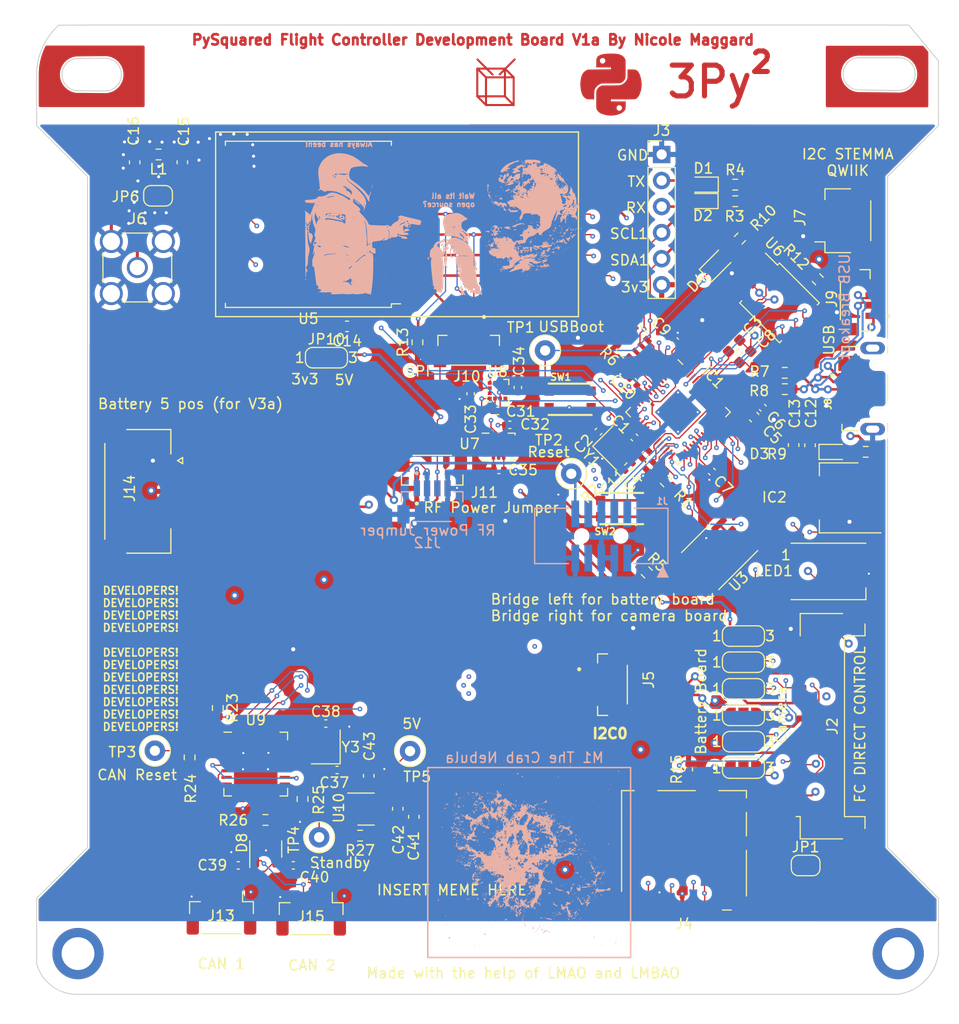
<source format=kicad_pcb>
(kicad_pcb (version 20221018) (generator pcbnew)
  (layers (0 "F.Cu" signal) (1 "In1.Cu" signal) (2 "In2.Cu" signal) (31 "B.Cu" signal) (34 "B.Paste" user) (35 "F.Paste" user) (36 "B.SilkS" user "B.Silkscreen") (37 "F.SilkS" user "F.Silkscreen") (38 "B.Mask" user) (39 "F.Mask" user) (44 "Edge.Cuts" user))
  (net 0 "")
  (net 1 "Net-(IC1-XIN)")
  (net 2 "Net-(C2-Pad2)")
  (net 3 "1.2V")
  (net 4 "GND")
  (net 5 "3.3V")
  (net 6 "VBUS")
  (net 7 "3v3 Spec")
  (net 8 "VCC_RF1")
  (net 9 "RF1_ANT")
  (net 10 "Net-(J6-In)")
  (net 11 "D3")
  (net 12 "ENABLE_BURN {slash} PC")
  (net 13 "I2C_RESET {slash} VS")
  (net 14 "ENAB_RF {slash} D2")
  (net 15 "VBUS_RESET {slash} D4")
  (net 16 "BURN_RELAY_A {slash} D5")
  (net 17 "D7")
  (net 18 "D6")
  (net 19 "D8")
  (net 20 "SPI0_CS1")
  (net 21 "D9")
  (net 22 "Net-(U8-C1)")
  (net 23 "Net-(D1-K)")
  (net 24 "TX")
  (net 25 "Net-(D2-K)")
  (net 26 "RX")
  (net 27 "Net-(D3-A)")
  (net 28 "Neo_pwr")
  (net 29 "Net-(D4-A)")
  (net 30 "SPI0_CS2")
  (net 31 "RF_VCC")
  (net 32 "SDA1")
  (net 33 "SCL1")
  (net 34 "SDA0")
  (net 35 "SCL0")
  (net 36 "D0")
  (net 37 "Net-(J2-Pin_1)")
  (net 38 "Net-(J2-Pin_6)")
  (net 39 "Net-(J2-Pin_7)")
  (net 40 "Net-(J2-Pin_8)")
  (net 41 "Net-(J2-Pin_10)")
  (net 42 "Net-(J2-Pin_11)")
  (net 43 "HS")
  (net 44 "FC_RESET")
  (net 46 "Net-(IC1-XOUT)")
  (net 47 "SWCLK")
  (net 48 "SWDIO")
  (net 49 "SPI0_MISO")
  (net 50 "SPI0_CS0")
  (net 51 "SPI0_SCK")
  (net 52 "SPI0_MOSI")
  (net 53 "RF1_RST")
  (net 54 "WDT_WDI")
  (net 55 "RF1_IO4")
  (net 56 "RF1_IO0")
  (net 57 "NEOPIX")
  (net 58 "Net-(U9-OSC2)")
  (net 59 "/D-")
  (net 60 "/D+")
  (net 61 "/QSPI_DATA[3]")
  (net 62 "/QSPI_SCK")
  (net 63 "/QSPI_DATA[0]")
  (net 64 "/QSPI_DATA[2]")
  (net 65 "/QSPI_DATA[1]")
  (net 66 "/QSPI_CS")
  (net 72 "Net-(U3-~{RESET})")
  (net 73 "Net-(U3-~{MR})")
  (net 93 "USB_D-")
  (net 94 "USB_D+")
  (net 96 "Net-(U9-OSC1)")
  (net 98 "CANL")
  (net 99 "CANH")
  (net 100 "Net-(U10-C-)")
  (net 101 "Net-(U10-C+)")
  (net 102 "+5V")
  (net 103 "Net-(U9-RESET)")
  (net 104 "Net-(U9-STBY)")
  (net 105 "Net-(U10-*SHDN)")
  (net 106 "TXCAN")
  (net 107 "RXCAN")
  (footprint "Jumper:SolderJumper-3_P1.3mm_Open_RoundedPad1.0x1.5mm_NumberLabels" (layer "F.Cu") (at 212.31 107.14)
    (fp_text reference "JP7" hide)
    (fp_text value "Jumper_3_Open")
  )
  (footprint "Capacitor_SMD:C_0402_1005Metric" (layer "F.Cu") (at 202.74 89.45 -135)
    (fp_text reference "C11")
    (fp_text value "100nf")
  )
  (footprint "Capacitor_SMD:C_0603_1608Metric" (layer "F.Cu") (at 217.21 88.52 90)
    (fp_text reference "C13")
    (fp_text value "22uF")
  )
  (footprint "Resistor_SMD:R_0603_1608Metric" (layer "F.Cu") (at 216.345 81.48)
    (fp_text reference "R7")
    (fp_text value "22")
  )
  (footprint "Resistor_SMD:R_0402_1005Metric" (layer "F.Cu") (at 206.96 120.14 90)
    (fp_text reference "R15")
    (fp_text value "10k")
  )
  (footprint "Connector_Coaxial:SMA_Amphenol_901-144_Vertical" (layer "F.Cu") (at 153.17 71.21)
    (fp_text reference "J6")
    (fp_text value "Conn_Coaxial" hide)
  )
  (footprint "TestPoint:TestPoint_Loop_D1.80mm_Drill1.0mm_Beaded" (layer "F.Cu") (at 154.88 118.32)
    (fp_text reference "TP3")
    (fp_text value "RESET")
  )
  (footprint "TestPoint:TestPoint_Loop_D1.80mm_Drill1.0mm_Beaded" (layer "F.Cu") (at 179.78 118.36)
    (fp_text reference "TP5")
    (fp_text value "5V")
  )
  (footprint "Capacitor_SMD:C_0603_1608Metric" (layer "F.Cu") (at 152.91 60.96 -90)
    (fp_text reference "C16")
    (fp_text value "DNI")
  )
  (footprint "Connector_JST:JST_SH_BM04B-SRSS-TB_1x04-1MP_P1.00mm_Vertical" (layer "F.Cu") (at 170.13 134.245 180)
    (fp_text reference "J15")
    (fp_text value "Breakout")
  )
  (footprint "Package_TO_SOT_SMD:SOT-223" (layer "F.Cu") (at 221.63 93.67 180)
    (fp_text reference "IC2")
    (fp_text value "AZ1117CH-3.3TRG1")
  )
  (footprint "FC_DEV_BOARD:JST_BM04B-SRSS-TB(LF)(SN)" (layer "F.Cu") (at 222.47 74.42 90)
    (fp_text reference "J9")
    (fp_text value "BM04B-SRSS-TB(LF)(SN)")
  )
  (footprint "Resistor_SMD:R_0603_1608Metric" (layer "F.Cu") (at 161.02 114.15 -90)
    (fp_text reference "R23")
    (fp_text value "10k")
  )
  (footprint "Capacitor_SMD:C_0402_1005Metric" (layer "F.Cu") (at 203.12 90.51 45)
    (fp_text reference "C4")
    (fp_text value "100nf")
  )
  (footprint "LED_SMD:LED_0603_1608Metric" (layer "F.Cu") (at 208.37 63.13 180)
    (fp_text reference "D1")
    (fp_text value "LED")
  )
  (footprint "Resistor_SMD:R_Array_Convex_4x0603" (layer "F.Cu") (at 201.457868 78.494924 135)
    (fp_text reference "R6")
    (fp_text value "10k")
  )
  (footprint "Capacitor_SMD:C_0603_1608Metric" (layer "F.Cu") (at 218.81 88.54 90)
    (fp_text reference "C12")
    (fp_text value "10uF")
  )
  (footprint "LED_SMD:LED_0603_1608Metric" (layer "F.Cu") (at 221.17 89.19)
    (fp_text reference "D3")
    (fp_text value "LED")
  )
  (footprint "FC_DEV_BOARD:BTN_KMR2_4.6X2.8" (layer "F.Cu") (at 200.43 94.71)
    (fp_text reference "SW2")
    (fp_text value "KMR2")
  )
  (footprint "Capacitor_SMD:C_0402_1005Metric" (layer "F.Cu") (at 189.52 86.55)
    (fp_text reference "C32")
    (fp_text value "100nf")
  )
  (footprint "LOGO" (layer "F.Cu") (at 199.374384 53.975466)
    (fp_text reference "G***" hide)
    (fp_text value "LOGO" hide)
  )
  (footprint "Capacitor_SMD:C_0402_1005Metric" (layer "F.Cu") (at 190.3 82.91 -90)
    (fp_text reference "C34")
    (fp_text value "100nf")
  )
  (footprint "Resistor_SMD:R_0603_1608Metric" (layer "F.Cu") (at 155.24 60.19 180)
    (fp_text reference "L1")
    (fp_text value "DNI")
  )
  (footprint "Capacitor_SMD:C_0603_1608Metric" (layer "F.Cu") (at 211.401992 78.848008 45)
    (fp_text reference "C3")
    (fp_text value "1uF")
  )
  (footprint "FC_DEV_BOARD:JST_BM04B-SRSS-TB(LF)(SN)" (layer "F.Cu") (at 185.5 80.03 180)
    (fp_text reference "J10")
    (fp_text value "BM04B-SRSS-TB(LF)(SN)")
  )
  (footprint "Resistor_SMD:R_0402_1005Metric" (layer "F.Cu") (at 201.1 90.63 -135)
    (fp_text reference "R2")
    (fp_text value "1k")
  )
  (footprint "Jumper:SolderJumper-3_P1.3mm_Open_RoundedPad1.0x1.5mm_NumberLabels" (layer "F.Cu") (at 212.31 114.87)
    (fp_text reference "JP9" hide)
    (fp_text value "Jumper_3_Open")
  )
  (footprint "Crystal:Crystal_SMD_2520-4Pin_2.5x2.0mm" (layer "F.Cu") (at 199.756307 88.816256 -45)
    (fp_text reference "Y1")
    (fp_text value "12MHZ")
  )
  (footprint "LOGO" (layer "F.Cu") (at 199.374384 53.975466)
    (fp_text reference "G***" hide)
    (fp_text value "LOGO" hide)
  )
  (footprint "Capacitor_SMD:C_0603_1608Metric" (layer "F.Cu") (at 212.48 79.92 45)
    (fp_text reference "C8")
    (fp_text value "1uF")
  )
  (footprint "Capacitor_SMD:C_0402_1005Metric" (layer "F.Cu") (at 201.57 82.35 135)
    (fp_text reference "C10")
    (fp_text value "100nf")
  )
  (footprint "Capacitor_SMD:C_0402_1005Metric" (layer "F.Cu") (at 163.02 129.5 180)
    (fp_text reference "C39")
    (fp_text value "47pf")
  )
  (footprint "TestPoint:TestPoint_Loop_D1.80mm_Drill1.0mm_Beaded" (layer "F.Cu") (at 170.91 126.76)
    (fp_text reference "TP4")
    (fp_text value "Standby")
  )
  (footprint "FC_DEV_BOARD:MOLEX_5040500591" (layer "F.Cu") (at 153.22 93.035 90)
    (fp_text reference "J14")
    (fp_text value "Battery")
  )
  (footprint "Jumper:SolderJumper-2_P1.3mm_Open_RoundedPad1.0x1.5mm" (layer "F.Cu") (at 218.38 129.51)
    (fp_text reference "JP1")
    (fp_text value "SolderJumper_2_Open")
  )
  (footprint "Crystal:Crystal_SMD_2520-4Pin_2.5x2.0mm" (layer "F.Cu") (at 171.56 117.95 90)
    (fp_text reference "Y3")
    (fp_text value "16MHZ 12 pf")
  )
  (footprint "Package_TO_SOT_SMD:SOT-23-6" (layer "F.Cu") (at 175.4875 124.01)
    (fp_text reference "U10")
    (fp_text value "AP3602AKTR-G1")
  )
  (footprint "" (layer "F.Cu") (at 227.4144 138.1)
    (fp_text reference "")
    (fp_text value "")
  )
  (footprint "" (layer "F.Cu") (at 147.381083 138.1)
    (fp_text reference "")
    (fp_text value "")
  )
  (footprint "Capacitor_SMD:C_0603_1608Metric" (layer "F.Cu") (at 157.56 60.95 -90)
    (fp_text reference "C15")
    (fp_text value "DNI")
  )
  (footprint "Package_TO_SOT_SMD:SOT-23-3" (layer "F.Cu") (at 165.7 127.91 90)
    (fp_text reference "D8")
    (fp_text value "PESD1CAN")
  )
  (footprint "Resistor_SMD:R_0603_1608Metric" (layer "F.Cu") (at 219.56 72.36 135)
    (fp_text reference "R12")
    (fp_text value "10k")
  )
  (footprint "FC_DEV_BOARD:RFM98PW" (layer "F.Cu") (at 178.51 67.501499 180)
    (fp_text reference "U4" hide)
    (fp_text value "RFM98PW" hide)
  )
  (footprint "FC_DEV_BOARD:JST_BM04B-SRSS-TB(LF)(SN)" (layer "F.Cu") (at 200.28 111.88 -90)
    (fp_text reference "J5")
    (fp_text value "BM04B-SRSS-TB(LF)(SN)")
  )
  (footprint "Resistor_SMD:R_0603_1608Metric" (layer "F.Cu") (at 211.51 63.13)
    (fp_text reference "R4")
    (fp_text value "1k")
  )
  (footprint "TestPoint:TestPoint_Loop_D1.80mm_Drill1.0mm_Beaded" (layer "F.Cu") (at 195.51 91.32)
    (fp_text reference "TP2")
    (fp_text value "RESET")
  )
  (footprint "Package_LGA:LGA-14_3x2.5mm_P0.5mm_LayoutBorder3x4y" (layer "F.Cu") (at 188.42 88.72)
    (fp_text reference "U7")
    (fp_text value "LSM6DSOTR")
  )
  (footprint "Capacitor_SMD:C_0402_1005Metric" (layer "F.Cu") (at 198.16 87.21 -135)
    (fp_text reference "C2")
    (fp_text value "22pF")
  )
  (footprint "Jumper:SolderJumper-2_P1.3mm_Open_RoundedPad1.0x1.5mm" (layer "F.Cu") (at 155.19 64.22)
    (fp_text reference "JP6")
    (fp_text value "SolderJumper_2_Open")
  )
  (footprint "Capacitor_SMD:C_0603_1608Metric" (layer "F.Cu") (at 213.36 85.8 -45)
    (fp_text reference "C6")
    (fp_text value "1uF")
  )
  (footprint "Jumper:SolderJumper-3_P1.3mm_Open_RoundedPad1.0x1.5mm_NumberLabels" (layer "F.Cu") (at 212.31 109.69)
    (fp_text reference "JP5" hide)
    (fp_text value "Jumper_3_Open")
  )
  (footprint "Capacitor_SMD:C_0402_1005Metric" (layer "F.Cu") (at 205.65 78.39 135)
    (fp_text reference "C9")
    (fp_text value "100nf")
  )
  (footprint "FC_DEV_BOARD:JST_BM04B-SRSS-TB(LF)(SN)" (layer "F.Cu") (at 181.94 90.22)
    (fp_text reference "J11")
    (fp_text value "BM04B-SRSS-TB(LF)(SN)")
  )
  (footprint "Resistor_SMD:R_0603_1608Metric" (layer "F.Cu") (at 165.675 125.07)
    (fp_text reference "R26")
    (fp_text value "120")
  )
  (footprint "Capacitor_SMD:C_0603_1608Metric" (layer "F.Cu") (at 178.58 123.98 90)
    (fp_text reference "C42")
    (fp_text value "1uf")
  )
  (footprint "Jumper:SolderJumper-3_P1.3mm_Open_RoundedPad1.0x1.5mm_NumberLabels" (layer "F.Cu") (at 171.62 80)
    (fp_text reference "JP10")
    (fp_text value "Jumper_3_Open")
  )
  (footprint "Capacitor_SMD:C_0402_1005Metric" (layer "F.Cu") (at 172.66 120.2)
    (fp_text reference "C37")
    (fp_text value "22pf")
  )
  (footprint "Package_SO:SOIC-8_5.275x5.275mm_P1.27mm" (layer "F.Cu") (at 215.83 74.66 -45)
    (fp_text reference "U6")
    (fp_text value "W25Q128JV")
  )
  (footprint "LED_SMD:LED_0603_1608Metric" (layer "F.Cu") (at 208.35 64.73 180)
    (fp_text reference "D2")
    (fp_text value "LED")
  )
  (footprint "Capacitor_SMD:C_0402_1005Metric" (layer "F.Cu") (at 209.23 91.11 -45)
    (fp_text reference "C7")
    (fp_text value "100nf")
  )
  (footprint "Resistor_SMD:R_0603_1608Metric" (layer "F.Cu") (at 174.9 126.6 180)
    (fp_text reference "R27")
    (fp_text value "10k")
  )
  (footprint "Resistor_SMD:R_0603_1608Metric" (layer "F.Cu") (at 216.35 83.07)
    (fp_text reference "R8")
    (fp_text value "22")
  )
  (footprint "LED_SMD:LED_WS2812B_PLCC4_5.0x5.0mm_P3.2mm" (layer "F.Cu") (at 220.61 100.84)
    (fp_text reference "LED1")
    (fp_text value "WS2812B_SK6812_1515")
  )
  (footprint "Capacitor_SMD:C_0402_1005Metric" (layer "F.Cu") (at 201.67 87.78 -45)
    (fp_text reference "C1")
    (fp_text value "22pF")
  )
  (footprint "Capacitor_SMD:C_0603_1608Metric" (layer "F.Cu") (at 180.15 124.76 90)
    (fp_text reference "C41")
    (fp_text value "10uf")
  )
  (footprint "Diode_SMD:D_SOD-323F" (layer "F.Cu") (at 209.7425 70.86 45)
    (fp_text reference "D4")
    (fp_text value "NSR0320")
  )
  (footprint "Resistor_SMD:R_0603_1608Metric" (layer "F.Cu") (at 211.51 64.75)
    (fp_text reference "R3")
    (fp_text value "1k")
  )
  (footprint "Connector_Card:microSD_HC_Molex_104031-0811" (layer "F.Cu") (at 206.53 128.03 180)
    (fp_text reference "J4")
    (fp_text value "104031-0811")
  )
  (footprint "Resistor_SMD:R_0603_1608Metric" (layer "F.Cu") (at 204.74 92.05 135)
    (fp_text reference "R1")
    (fp_text value "10k")
  )
  (footprint "Connector_JST:JST_SH_SM04B-SRSS-TB_1x04-1MP_P1.00mm_Horizontal" (layer "F.Cu") (at 222.05 66.65 90)
    (fp_text reference "J7")
    (fp_text value "Breakout")
  )
  (footprint "Resistor_SMD:R_0603_1608Metric" (layer "F.Cu") (at 169.29 123.03 90)
    (fp_text reference "R25")
    (fp_text value "10k")
  )
  (footprint "Capacitor_SMD:C_0402_1005Metric" (layer "F.Cu") (at 168.39 129.5 180)
    (fp_text reference "C40")
    (fp_text value "47pf")
  )
  (footprint "Capacitor_SMD:C_0603_1608Metric" (layer "F.Cu") (at 175.75 120.77 -90)
    (fp_text reference "C43")
    (fp_text value "10uf")
  )
  (footprint "Package_DFN_QFN:QFN-56-1EP_7x7mm_P0.4mm_EP3.2x3.2mm_ThermalVias" (layer "F.Cu") (at 205.93 85.31 -45)
    (fp_text reference "IC1")
    (fp_text value "RP2040_QFN56")
  )
  (footprint "Capacitor_SMD:C_0402_1005Metric" (layer "F.Cu") (at 188.34 85.19)
    (fp_text reference "C31")
    (fp_text value "220nf")
  )
  (footprint "RF_Module:HOPERF_RFM9XW_SMD" (layer "F.Cu") (at 169.86 67 180)
    (fp_text reference "U5")
    (fp_text value "RFM9xBreakout")
  )
  (footprint "Jumper:SolderJumper-3_P1.3mm_Open_RoundedPad1.0x1.5mm_NumberLabels" (layer "F.Cu") (at 212.31 120.01)
    (fp_text reference "JP3" hide)
    (fp_text value "Jumper_3_Open")
  )
  (footprint "Capacitor_SMD:C_0402_1005Metric" (layer "F.Cu") (at 214.199411 84.879411 135)
    (fp_text reference "C5")
    (fp_text value "100nf")
  )
  (footprint "Connector_JST:JST_SH_BM04B-SRSS-TB_1x04-1MP_P1.00mm_Vertical" (layer "F.Cu") (at 161.38 134.15 180)
    (fp_text reference "J13")
    (fp_text value "Breakout")
  )
  (footprint "Resistor_SMD:R_0603_1608Metric" (layer "F.Cu") (at 158.27 118.97 90)
    (fp_text reference "R24")
    (fp_text value "10k")
  )
  (footprint "Package_LGA:LGA-12_2x2mm_P0.5mm" (layer "F.Cu") (at 188.32 83.22)
    (fp_text reference "U8")
    (fp_text value "LSM303AGRTR")
  )
  (footprint "FC_DEV_BOARD:BTN_KMR2_4.6X2.8" (layer "F.Cu") (at 195.4 84.06)
    (fp_text reference "SW1")
    (fp_text value "KMR2")
  )
  (footprint "Capacitor_SMD:C_0603_1608Metric" (layer "F.Cu") (at 173.63 76.95 180)
    (fp_text reference "C14")
    (fp_text value "10uF")
  )
  (footprint "Capacitor_SMD:C_0402_1005Metric" (layer "F.Cu") (at 171.56 115.67)
    (fp_text reference "C38")
    (fp_text value "22pf")
  )
  (footprint "Package_DFN_QFN:QFN-28-1EP_6x6mm_P0.65mm_EP4.25x4.25mm" (layer "F.Cu") (at 164.7225 119.62)
    (fp_text reference "U9")
    (fp_text value "MCP25625-E/ML")
  )
  (footprint "Connector_Molex:Molex_Pico-Lock_504050-1291_1x12-1MP_P1.50mm_Horizontal" (layer "F.Cu") (at 220.745 115.93 90)
    (fp_text reference "J2")
    (fp_text value "FC to EPS Connector" hide)
  )
  (footprint "Capacitor_SMD:C_0402_1005Metric" (layer "F.Cu") (at 185.69 83.52 -90)
    (fp_text reference "C33")
    (fp_text value "100nf")
  )
  (footprint "TestPoint:TestPoint_Loop_D1.80mm_Drill1.0mm_Beaded" (layer "F.Cu") (at 192.96 79.3)
    (fp_text reference "TP1")
    (fp_text value "USBBOOT")
  )
  (footprint "Resistor_SMD:R_0603_1608Metric" (layer "F.Cu") (at 202.88 100.94 -45)
    (fp_text reference "R5")
    (fp_text value "10k")
  )
  (footprint "Jumper:SolderJumper-3_P1.3mm_Open_RoundedPad1.0x1.5mm_NumberLabels" (layer "F.Cu") (at 212.31 112.29)
    (fp_text reference "JP8" hide)
    (fp_text value "Jumper_3_Open")
  )
  (footprint "Jumper:SolderJumper-3_P1.3mm_Open_RoundedPad1.0x1.5mm_NumberLabels" (layer "F.Cu") (at 212.32 117.44)
    (fp_text reference "JP4" hide)
    (fp_text value "Jumper_3_Open")
  )
  (footprint "Package_SO:SO-8_3.9x4.9mm_P1.27mm" (layer "F.Cu") (at 209.46 99.43 -135)
    (fp_text reference "U3")
    (fp_text value "MAX706RESA")
  )
  (footprint "Resistor_SMD:R_0603_1608Metric" (layer "F.Cu") (at 211.97 68.39 -135)
    (fp_text reference "R10")
    (fp_text value "1k")
  )
  (footprint "FC_DEV_BOARD:MOLEX_105164-0001" (layer "F.Cu") (at 226.37 83.02 90)
    (fp_text reference "J8")
    (fp_text value "USB_B_Micro")
    (fp_line (start -4.9 0) (end -3.4 0) (stroke (width 0.01)) (layer "Edge.Cuts"))
    (fp_line (start -3.4 0) (end -2.825 -0.5) (stroke (width 0.01)) (layer "Edge.Cuts"))
    (fp_line (start -2.825 -1.15) (end -2.825 -0.5) (stroke (width 0.01)) (layer "Edge.Cuts"))
    (fp_line (start -1.925 -1.15) (end -1.925 -0.5) (stroke (width 0.01)) (layer "Edge.Cuts"))
    (fp_line (start 0.00053 0.004943) (end -1.29947 0.004943) (stroke (width 0.01)) (layer "Edge.Cuts"))
    (fp_line (start 0.00053 0.004943) (end 1.3 0) (stroke (width 0.01)) (layer "Edge.Cuts"))
    (fp_line (start 1.925 -1.15) (end 1.925 -0.5) (stroke (width 0.01)) (layer "Edge.Cuts"))
    (fp_line (start 2.825 -1.15) (end 2.825 -0.5) (stroke (width 0.01)) (layer "Edge.Cuts"))
    (fp_line (start 3.4 0) (end 2.825 -0.5) (stroke (width 0.01)) (layer "Edge.Cuts"))
    (fp_line (start 4.9 0) (end 3.4 0) (stroke (width 0.01)) (layer "Edge.Cuts"))
    (fp_arc (start -2.825 -1.15) (mid -2.375 -1.6) (end -1.925 -1.15) (stroke (width 0.01)) (layer "Edge.Cuts"))
    (fp_arc (start -1.29947 0.004943) (mid -1.716881 -0.117891) (end -1.924999 -0.5) (stroke (width 0.01)) (layer "Edge.Cuts"))
    (fp_arc (start 1.925 -1.15) (mid 2.375 -1.6) (end 2.825 -1.15) (stroke (width 0.01)) (layer "Edge.Cuts"))
    (fp_arc (start 1.925529 -0.504943) (mid 1.717412 -0.122833) (end 1.3 0) (stroke (width 0.01)) (layer "Edge.Cuts"))
  )
  (footprint "Resistor_SMD:R_0603_1608Metric" (layer "F.Cu") (at 180.5 78.5 90)
    (fp_text reference "R13")
    (fp_text value "10k")
  )
  (footprint "Connector_PinHeader_2.54mm:PinHeader_1x06_P2.54mm_Vertical" (layer "F.Cu") (at 204.33 60.19)
    (fp_text reference "J3")
    (fp_text value "Life Makes Lemonade")
  )
  (footprint "Capacitor_SMD:C_0402_1005Metric" (layer "F.Cu") (at 188.45 90.95)
    (fp_text reference "C35")
    (fp_text value "100nf")
  )
  (footprint "Resistor_SMD:R_0603_1608Metric" (layer "F.Cu") (at 224.24 89.18 180)
    (fp_text reference "R9")
    (fp_text value "10k")
  )
  (footprint "FC_DEV_BOARD:JTAG_2X05_1.27MM_BOX_NOCREAM" (layer "B.Cu") (at 198.44 97.38 180)
    (fp_text reference "J1")
    (fp_text value "Conn_ARM_JTAG_SWD_10")
  )
  (footprint "LOGO" (layer "B.Cu") (at 183.91 66.54 180)
    (fp_text reference "G***" hide)
    (fp_text value "LOGO" hide)
  )
  (footprint "LOGO" (layer "B.Cu") (at 190.96 128.61 180)
    (fp_text reference "G***" hide)
    (fp_text value "LOGO" hide)
  )
  (footprint "FC_DEV_BOARD:JST_BM04B-SRSS-TB(LF)(SN)" (layer "B.Cu") (at 181.94 95.2725)
    (fp_text reference "J12")
    (fp_text value "BM04B-SRSS-TB(LF)(SN)")
  )
  (gr_line (start 187.19 55.37) (end 186.34 54.52) (stroke (width 0.2)) (layer "F.Cu"))
  (gr_line (start 189.04 51.82) (end 189.89 52.67) (stroke (width 0.2)) (layer "F.Cu"))
  (gr_line (start 187.84 52.41) (end 186.36 50.93) (stroke (width 0.2)) (layer "F.Cu"))
  (gr_line (start 186.34 54.52) (end 189.04 54.52) (stroke (width 0.2)) (layer "F.Cu"))
  (gr_line (start 187.19 52.67) (end 187.19 55.37) (stroke (width 0.2)) (layer "F.Cu"))
  (gr_line (start 189.89 52.67) (end 187.19 52.67) (stroke (width 0.2)) (layer "F.Cu"))
  (gr_line (start 189.04 51.82) (end 186.34 51.82) (stroke (width 0.2)) (layer "F.Cu"))
  (gr_line (start 188.52 52.39) (end 189.99 50.92) (stroke (width 0.2)) (layer "F.Cu"))
  (gr_line (start 189.04 54.52) (end 189.04 51.82) (stroke (width 0.2)) (layer "F.Cu"))
  (gr_line (start 186.34 54.52) (end 186.34 51.82) (stroke (width 0.2)) (layer "F.Cu"))
  (gr_line (start 186.34 51.82) (end 187.19 52.67) (stroke (width 0.2)) (layer "F.Cu"))
  (gr_line (start 187.19 55.37) (end 189.89 55.37) (stroke (width 0.2)) (layer "F.Cu"))
  (gr_line (start 189.04 54.52) (end 189.89 55.37) (stroke (width 0.2)) (layer "F.Cu"))
  (gr_line (start 189.89 55.37) (end 189.89 52.67) (stroke (width 0.2)) (layer "F.Cu"))
  (gr_rect (start 181.51 119.96) (end 201.3 138.48) (stroke (width 0.15)) (fill none) (layer "B.SilkS"))
  (gr_line (start 147.266164 53.978713) (end 150.016362 54.003722) (stroke (width 0.1)) (layer "Edge.Cuts"))
  (gr_line (start 197.601362 47.563722) (end 223.001362 47.563722) (stroke (width 0.1)) (layer "Edge.Cuts"))
  (gr_arc (start 143.3432 52.5744) (mid 143.878092 49.844486) (end 145.50672 47.589245) (stroke (width 0.1)) (layer "Edge.Cuts"))
  (gr_arc (start 150.016362 50.803722) (mid 151.616378 52.403722) (end 150.016362 54.003722) (stroke (width 0.1)) (layer "Edge.Cuts"))
  (gr_arc (start 223.616362 53.903722) (mid 222.041575 52.303731) (end 223.666337 50.754515) (stroke (width 0.1)) (layer "Edge.Cuts"))
  (gr_line (start 143.3432 134) (end 143.3432 132.71) (stroke (width 0.1)) (layer "Edge.Cuts"))
  (gr_line (start 143.3432 139.0744) (end 143.3432 134) (stroke (width 0.1)) (layer "Edge.Cuts"))
  (gr_line (start 147.316139 50.829506) (end 150.016362 50.803722) (stroke (width 0.1)) (layer "Edge.Cuts"))
  (gr_line (start 143.3432 57.38) (end 143.3432 52.5744) (stroke (width 0.1)) (layer "Edge.Cuts"))
  (gr_line (start 145.50672 47.589245) (end 149.976362 47.563722) (stroke (width 0.1)) (layer "Edge.Cuts"))
  (gr_line (start 231.3432 133.532) (end 231.3432 132.71) (stroke (width 0.1)) (layer "Edge.Cuts"))
  (gr_line (start 227.3432 142.0744) (end 147.3432 142.0744) (stroke (width 0.1)) (layer "Edge.Cuts"))
  (gr_line (start 223.001362 47.563722) (end 228.441362 47.578722) (stroke (width 0.1)) (layer "Edge.Cuts"))
  (gr_arc (start 227.466362 50.753722) (mid 229.066378 52.353722) (end 227.466362 53.953722) (stroke (width 0.1)) (layer "Edge.Cuts"))
  (gr_arc (start 147.266164 53.978713) (mid 145.821876 52.380794) (end 147.316139 50.829506) (stroke (width 0.1)) (layer "Edge.Cuts"))
  (gr_line (start 231.3432 132.71) (end 226.37 127.7368) (stroke (width 0.1)) (layer "Edge.Cuts"))
  (gr_arc (start 147.3432 142.0744) (mid 144.830806 141.257591) (end 143.3432 139.0744) (stroke (width 0.1)) (layer "Edge.Cuts"))
  (gr_line (start 197.601362 47.563722) (end 196.4436 47.563722) (stroke (width 0.1)) (layer "Edge.Cuts"))
  (gr_line (start 143.3432 132.71) (end 148.32 127.7332) (stroke (width 0.1)) (layer "Edge.Cuts"))
  (gr_line (start 185.536362 47.563722) (end 149.976362 47.563722) (stroke (width 0.1)) (layer "Edge.Cuts"))
  (gr_line (start 185.536362 47.563722) (end 186.8932 47.563722) (stroke (width 0.1)) (layer "Edge.Cuts"))
  (gr_line (start 186.8932 47.563722) (end 196.4436 47.563722) (stroke (width 0.1)) (layer "Edge.Cuts"))
  (gr_line (start 223.616362 53.903722) (end 227.466362 53.953722) (stroke (width 0.1)) (layer "Edge.Cuts"))
  (gr_line (start 143.3432 57.38) (end 148.32 62.3568) (stroke (width 0.1)) (layer "Edge.Cuts"))
  (gr_line (start 226.37 87.92) (end 226.37 127.7368) (stroke (width 0.1)) (layer "Edge.Cuts"))
  (gr_line (start 231.3432 57.38) (end 226.37 62.3532) (stroke (width 0.1)) (layer "Edge.Cuts"))
  (gr_line (start 231.3432 56.345522) (end 231.3432 57.38) (stroke (width 0.1)) (layer "Edge.Cuts"))
  (gr_line (start 226.37 78.12) (end 226.37 62.3532) (stroke (width 0.1)) (layer "Edge.Cuts"))
  (gr_line (start 231.3432 56.345522) (end 231.3432 51.0744) (stroke (width 0.1)) (layer "Edge.Cuts"))
  (gr_line (start 228.441362 47.578722) (end 231.3432 51.0744) (stroke (width 0.1)) (layer "Edge.Cuts"))
  (gr_line (start 231.3432 133.532) (end 231.3432 138.0744) (stroke (width 0.1)) (layer "Edge.Cuts"))
  (gr_line (start 227.466362 50.753722) (end 223.666337 50.754515) (stroke (width 0.1)) (layer "Edge.Cuts"))
  (gr_line (start 148.32 127.7332) (end 148.32 62.3568) (stroke (width 0.1)) (layer "Edge.Cuts"))
  (gr_arc (start 231.3432 138.0744) (mid 230.019606 140.750806) (end 227.3432 142.0744) (stroke (width 0.1)) (layer "Edge.Cuts"))
  (gr_text "2" (at 214.07 51.2) (layer "F.Cu") (effects (font (size 2 2) (thickness 0.5))))
  (gr_text "3Py" (at 209.01 53.12) (layer "F.Cu") (effects (font (size 3 3) (thickness 0.5))))
  (gr_text "PySquared Flight Controller Development Board V1a By Nicole Maggard" (at 185.92 49.6) (layer "F.Cu") (effects (font (size 1 1) (thickness 0.25) bold) (justify bottom)))
  (gr_text "M1 The Crab Nebula" (at 198.77 119.58) (layer "B.SilkS") (effects (font (size 1 1)) (justify left bottom mirror)))
  (gr_text "USB Breakout" (at 222.765 69.76 90) (layer "B.SilkS") (effects (font (size 1 1)) (justify left bottom mirror)))
  (gr_text "RF Power Jumper" (at 188.23 97.42) (layer "B.SilkS") (effects (font (size 1 1)) (justify left bottom mirror)))
  (gr_text "Always has been!" (at 176.18 59.48) (layer "B.SilkS") (effects (font (size 0.5 0.5) (thickness 0.125)) (justify left bottom mirror)))
  (gr_text "Wait its all\nopen source?" (at 186.18 65.34) (layer "B.SilkS") (effects (font (size 0.5 0.5) (thickness 0.125)) (justify left bottom mirror)))
  (gr_text "3v3" (at 168.09 82.68) (layer "F.SilkS") (effects (font (size 1 1)) (justify left bottom)))
  (gr_text "DEVELOPERS!\nDEVELOPERS!\nDEVELOPERS!\nDEVELOPERS!\n\nDEVELOPERS!\nDEVELOPERS!\nDEVELOPERS!\nDEVELOPERS!\nDEVELOPERS!\nDEVELOPERS!\nDEVELOPERS!" (at 149.71 116.43) (layer "F.SilkS") (effects (font (size 0.75 0.75)) (justify left bottom)))
  (gr_text "CAN 2" (at 167.8 139.82) (layer "F.SilkS") (effects (font (size 1 1)) (justify left bottom)))
  (gr_text "SDA1" (at 199.19 71.08) (layer "F.SilkS") (effects (font (size 1 1)) (justify left bottom)))
  (gr_text "SCL1" (at 199.18 68.5) (layer "F.SilkS") (effects (font (size 1 1)) (justify left bottom)))
  (gr_text "I2C0" (at 197.44 117.23) (layer "F.SilkS") (effects (font (size 1 1) (thickness 0.25) bold) (justify left bottom)))
  (gr_text "I2C STEMMA\nQWIIK" (at 222.49 62.35) (layer "F.SilkS") (effects (font (size 1 1)) (justify bottom)))
  (gr_text "RF Power Jumper" (at 181 95.2) (layer "F.SilkS") (effects (font (size 1 1)) (justify left bottom)))
  (gr_text "GND" (at 199.87 60.85) (layer "F.SilkS") (effects (font (size 1 1)) (justify left bottom)))
  (gr_text "3v3" (at 200.27 73.71) (layer "F.SilkS") (effects (font (size 1 1)) (justify left bottom)))
  (gr_text "Made with the help of LMAO and LMBAO" (at 175.44 140.58) (layer "F.SilkS") (effects (font (size 1 1)) (justify left bottom)))
  (gr_text "FC DIRECT CONTROL" (at 224.27 123.48 90) (layer "F.SilkS") (effects (font (size 1 1)) (justify left bottom)))
  (gr_text "Bridge left for battery board\nBridge right for camera board" (at 187.56 105.75) (layer "F.SilkS") (effects (font (size 1 1)) (justify left bottom)))
  (gr_text "RX" (at 200.74 65.97) (layer "F.SilkS") (effects (font (size 1 1)) (justify left bottom)))
  (gr_text "5V" (at 172.34 82.76) (layer "F.SilkS") (effects (font (size 1 1)) (justify left bottom)))
  (gr_text "Reset" (at 191.15 89.79) (layer "F.SilkS") (effects (font (size 1 1)) (justify left bottom)))
  (gr_text "Standby" (at 169.9 129.82) (layer "F.SilkS") (effects (font (size 1 1)) (justify left bottom)))
  (gr_text "INSERT MEME HERE" (at 176.45 132.49) (layer "F.SilkS") (effects (font (size 1 1)) (justify left bottom)))
  (gr_text "USB" (at 221.25 79.87 90) (layer "F.SilkS") (effects (font (size 1 1)) (justify left bottom)))
  (gr_text "CAN 1" (at 158.95 139.69) (layer "F.SilkS") (effects (font (size 1 1)) (justify left bottom)))
  (gr_text "Camera" (at 216.58 117.74 90) (layer "F.SilkS") (effects (font (size 1 1)) (justify left bottom)))
  (gr_text "Battery 5 pos (for V3a)" (at 149.23 85.09) (layer "F.SilkS") (effects (font (size 1 1)) (justify left bottom)))
  (gr_text "USBBoot" (at 192.21 77.57) (layer "F.SilkS") (effects (font (size 1 1)) (justify left bottom)))
  (gr_text "TX" (at 200.9 63.42) (layer "F.SilkS") (effects (font (size 1 1)) (justify left bottom)))
  (gr_text "CAN Reset" (at 149.17 121.26) (layer "F.SilkS") (effects (font (size 1 1)) (justify left bottom)))
  (gr_text "Battery Board" (at 208.75 118.8 90) (layer "F.SilkS") (effects (font (size 1 1)) (justify left bottom)))
  (gr_text "SPI" (at 179.23 81.91) (layer "F.SilkS") (effects (font (size 1 1)) (justify left bottom)))
  (gr_text "5V" (at 178.94 116.28) (layer "F.SilkS") (effects (font (size 1 1)) (justify left bottom)))
  (segment (start 201.690589 88.119411) (end 200.87 88.94) (width 0.127) (layer "F.Cu") (net 1))
  (segment (start 203.075056 87.316415) (end 202.27206 88.119411) (width 0.127) (layer "F.Cu") (net 1))
  (segment (start 202.27206 88.119411) (end 202.009411 88.119411) (width 0.127) (layer "F.Cu") (net 1))
  (segment (start 202.009411 88.119411) (end 201.690589 88.119411) (width 0.127) (layer "F.Cu") (net 1))
  (segment (start 198.752709 90.990624) (end 198.0365 90.274415) (width 0.127) (layer "F.Cu") (net 2))
  (segment (start 200.739376 90.990624) (end 198.752709 90.990624) (width 0.127) (layer "F.Cu") (net 2))
  (segment (start 198.642614 88.692512) (end 197.820589 87.870487) (width 0.127) (layer "F.Cu") (net 2))
  (segment (start 198.0365 89.298626) (end 198.642614 88.692512) (width 0.127) (layer "F.Cu") (net 2))
  (segment (start 197.820589 87.870487) (end 197.820589 87.549411) (width 0.127) (layer "F.Cu") (net 2))
  (segment (start 198.0365 90.274415) (end 198.0365 89.298626) (width 0.127) (layer "F.Cu") (net 2))
  (segment (start 208.219258 82.737899) (end 207.879242 83.077915) (width 0.127) (layer "F.Cu") (net 3))
  (segment (start 209.633472 84.152113) (end 209.973489 83.812096) (width 0.127) (layer "F.Cu") (net 3))
  (segment (start 208.219258 82.737899) (end 210.853984 80.103173) (width 0.127) (layer "F.Cu") (net 3))
  (segment (start 208.902129 84.492129) (end 209.293456 84.492129) (width 0.127) (layer "F.Cu") (net 3))
  (segment (start 206.043758 87.836242) (end 209.293455 84.586545) (width 0.127) (layer "F.Cu") (net 3))
  (segment (start 209.973489 83.812096) (end 213.132096 83.812096) (width 0.127) (layer "F.Cu") (net 3))
  (segment (start 210.853984 80.103173) (end 210.853984 79.396016) (width 0.127) (layer "F.Cu") (net 3))
  (segment (start 203.769411 89.860589) (end 203.459411 90.170589) (width 0.127) (layer "F.Cu") (net 3))
  (segment (start 203.769411 89.002134) (end 203.769411 89.860589) (width 0.127) (layer "F.Cu") (net 3))
  (segment (start 203.583568 88.816291) (end 203.769411 89.002134) (width 0.127) (layer "F.Cu") (net 3))
  (segment (start 209.293455 84.49213) (end 209.633472 84.152113) (width 0.127) (layer "F.Cu") (net 3))
  (segment (start 205.716242 87.836242) (end 206.043758 87.836242) (width 0.127) (layer "F.Cu") (net 3))
  (segment (start 207.879242 83.469242) (end 208.902129 84.492129) (width 0.127) (layer "F.Cu") (net 3))
  (segment (start 203.923585 88.164944) (end 203.583568 88.504961) (width 0.127) (layer "F.Cu") (net 3))
  (segment (start 204.684416 87.404113) (end 205.284113 87.404113) (width 0.127) (layer "F.Cu") (net 3))
  (segment (start 209.293455 84.586545) (end 209.293455 84.49213) (width 0.127) (layer "F.Cu") (net 3))
  (segment (start 203.583568 88.504961) (end 203.583568 88.816291) (width 0.127) (layer "F.Cu") (net 3))
  (segment (start 213.132096 83.812096) (end 213.86 84.54) (width 0.127) (layer "F.Cu") (net 3))
  (segment (start 209.293456 84.492129) (end 209.633472 84.152113) (width 0.127) (layer "F.Cu") (net 3))
  (segment (start 205.284113 87.404113) (end 205.716242 87.836242) (width 0.127) (layer "F.Cu") (net 3))
  (segment (start 203.923585 88.164944) (end 204.684416 87.404113) (width 0.127) (layer "F.Cu") (net 3))
  (segment (start 207.879242 83.077915) (end 207.879242 83.469242) (width 0.127) (layer "F.Cu") (net 3))
  (segment (start 188.93 89.6425) (end 188.92 89.6325) (width 0.127) (layer "F.Cu") (net 4))
  (segment (start 214.538822 85.218822) (end 214.538822 85.717194) (width 0.127) (layer "F.Cu") (net 4))
  (segment (start 173.14 120.2) (end 175.545 120.2) (width 0.127) (layer "F.Cu") (net 4))
  (segment (start 209.933762 96.262163) (end 209.933761 96.336239) (width 0.25) (layer "F.Cu") (net 4))
  (segment (start 205.419411 78.050589) (end 205.9 77.57) (width 0.127) (layer "F.Cu") (net 4))
  (segment (start 164.55 61.34) (end 164.55 60.4) (width 0.25) (layer "F.Cu") (net 4))
  (segment (start 223.06 102.49) (end 224.49 101.06) (width 0.127) (layer "F.Cu") (net 4))
  (segment (start 156.76 58.97) (end 156.77 58.98) (width 0.25) (layer "F.Cu") (net 4))
  (segment (start 159.11 58.99) (end 159.86 58.99) (width 0.25) (layer "F.Cu") (net 4))
  (segment (start 163.89 58.23) (end 162.61 58.23) (width 0.25) (layer "F.Cu") (net 4))
  (segment (start 197.755 110.38) (end 198.98 110.38) (width 0.25) (layer "F.Cu") (net 4))
  (segment (start 214.538822 85.218822) (end 214.538822 85.318822) (width 0.127) (layer "F.Cu") (net 4))
  (segment (start 184.315 92.745) (end 184.36 92.7) (width 0.127) (layer "F.Cu") (net 4))
  (segment (start 166.66 116.6425) (end 166.66 117.68) (width 0.127) (layer "F.Cu") (net 4))
  (segment (start 182.7 80.03) (end 182.7 82.12) (width 0.127) (layer "F.Cu") (net 4))
  (segment (start 153.23 62.055) (end 152.91 61.735) (width 0.25) (layer "F.Cu") (net 4))
  (segment (start 152.91 61.735) (end 152.2375 62.4075) (width 0.3) (layer "F.Cu") (net 4))
  (segment (start 165.7 126.7725) (end 165.7 128.02) (width 0.127) (layer "F.Cu") (net 4))
  (segment (start 189.0825 83.47) (end 188.58 83.47) (width 0.127) (layer "F.Cu") (net 4))
  (segment (start 155.27 61.36) (end 155.27 62.34) (width 0.25) (layer "F.Cu") (net 4))
  (segment (start 156.09 90.035) (end 154.695 90.035) (width 0.25) (layer "F.Cu") (net 4))
  (segment (start 175.078999 60) (end 172.4775 62.601499) (width 0.25) (layer "F.Cu") (net 4))
  (segment (start 198.672229 89.848715) (end 201.080355 87.440589) (width 0.127) (layer "F.Cu") (net 4))
  (segment (start 158.545 60.74) (end 157.56 61.725) (width 0.25) (layer "F.Cu") (net 4))
  (segment (start 159.88 132.825) (end 159.585 132.53) (width 0.127) (layer "F.Cu") (net 4))
  (segment (start 202.780589 90.169411) (end 202.400589 89.789411) (width 0.127) (layer "F.Cu") (net 4))
  (segment (start 210.831786 97.160188) (end 209.933762 96.262163) (width 0.25) (layer "F.Cu") (net 4))
  (segment (start 154.695 90.035) (end 154.69 90.04) (width 0.25) (layer "F.Cu") (net 4))
  (segment (start 180.64 90.22) (end 181.44 91.02) (width 0.127) (layer "F.Cu") (net 4))
  (segment (start 159.19 60.74) (end 158.545 60.74) (width 0.25) (layer "F.Cu") (net 4))
  (segment (start 211.18 72.704077) (end 211.937377 73.461454) (width 0.25) (layer "F.Cu") (net 4))
  (segment (start 217.95 107.46) (end 216.93 106.44) (width 0.25) (layer "F.Cu") (net 4))
  (segment (start 213.021992 79.371992) (end 211.95 78.3) (width 0.127) (layer "F.Cu") (net 4))
  (segment (start 223.77 72.92) (end 222.47 71.62) (width 0.25) (layer "F.Cu") (net 4))
  (segment (start 162.58 58.2) (end 161.31 58.2) (width 0.25) (layer "F.Cu") (net 4))
  (segment (start 196.655 113.915) (end 197.42 114.68) (width 0.25) (layer "F.Cu") (net 4))
  (segment (start 218.81 87.765) (end 217.23 87.765) (width 0.25) (layer "F.Cu") (net 4))
  (segment (start 200.700589 82.010589) (end 201.230589 82.010589) (width 0.127) (layer "F.Cu") (net 4))
  (segment (start 164.51 59.32) (end 164.43 59.24) (width 0.25) (layer "F.Cu") (net 4))
  (segment (start 174.435 76.95) (end 177.385 74) (width 0.25) (layer "F.Cu") (net 4))
  (segment (start 202.48 95.51) (end 198.38 95.51) (width 0.25) (layer "F.Cu") (net 4))
  (segment (start 162.54 129.5) (end 162.54 128.41) (width 0.25) (layer "F.Cu") (net 4))
  (segment (start 188.82 85.19) (end 188.57 84.94) (width 0.127) (layer "F.Cu") (net 4))
  (segment (start 177.385 60) (end 175.078999 60) (width 0.25) (layer "F.Cu") (net 4))
  (segment (start 165.81 118.53) (end 164.71 119.63) (width 0.127) (layer "F.Cu") (net 4))
  (segment (start 188.93 90.95) (end 188.93 89.6425) (width 0.127) (layer "F.Cu") (net 4))
  (segment (start 153.12 63.83) (end 153.12 64.6) (width 0.25) (layer "F.Cu") (net 4))
  (segment (start 215.27 86.05) (end 215.515 86.05) (width 0.127) (layer "F.Cu") (net 4))
  (segment (start 167.6975 119.63) (end 164.71 119.63) (width 0.127) (layer "F.Cu") (net 4))
  (segment (start 224.78 95.97) (end 222.69 95.97) (width 0.25) (layer "F.Cu") (net 4))
  (segment (start 215.515 86.05) (end 217.21 87.745) (width 0.127) (layer "F.Cu") (net 4))
  (segment (start 183.44 91.52) (end 184.74 90.22) (width 0.127) (layer "F.Cu") (net 4))
  (segment (start 159.86 58.99) (end 160.21 58.64) (width 0.25) (layer "F.Cu") (net 4))
  (segment (start 152.2375 62.4075) (end 150.63 64.015) (width 0.3) (layer "F.Cu") (net 4))
  (segment (start 161.31 58.2) (end 161.28 58.23) (width 0.25) (layer "F.Cu") (net 4))
  (segment (start 175.545 120.2) (end 175.75 119.995) (width 0.127) (layer "F.Cu") (net 4))
  (segment (start 209.933761 96.336239) (end 208.679998 97.590002) (width 0.25) (layer "F.Cu") (net 4))
  (segment (start 222.26 84.32) (end 220.77 84.32) (width 0.25) (layer "F.Cu") (net 4))
  (segment (start 188.57 83.9825) (end 188.56 83.9725) (width 0.127) (layer "F.Cu") (net 4))
  (segment (start 166.66 117.68) (end 165.96 118.38) (width 0.127) (layer "F.Cu") (net 4))
  (segment (start 158.02 58.98) (end 156.77 58.98) (width 0.25) (layer "F.Cu") (net 4))
  (segment (start 224.995 72.92) (end 223.77 72.92) (width 0.25) (layer "F.Cu") (net 4))
  (segment (start 224.49 101.06) (end 224.55 101.06) (width 0.127) (layer "F.Cu") (net 4))
  (segment (start 172.4775 62.601499) (end 172.4775 65.251499) (width 0.25) (layer "F.Cu") (net 4))
  (segment (start 195.91 60.001499) (end 204.141499 60.001499) (width 0.127) (layer "F.Cu") (net 4))
  (segment (start 168.3 132.59) (end 167.11 132.59) (width 0.127) (layer "F.Cu") (net 4))
  (segment (start 164.43 58.77) (end 163.89 58.23) (width 0.25) (layer "F.Cu") (net 4))
  (segment (start 205.310589 78.050589) (end 205.419411 78.050589) (width 0.127) (layer "F.Cu") (net 4))
  (segment (start 204.141499 60.001499) (end 204.33 60.19) (width 0.127) (layer "F.Cu") (net 4))
  (segment (start 181.44 91.02) (end 181.44 92.745) (width 0.127) (layer "F.Cu") (net 4))
  (segment (start 196.655 110.455) (end 196.655 113.915) (width 0.25) (layer "F.Cu") (net 4))
  (segment (start 174.35 124.01) (end 173.02 124.01) (width 0.127) (layer "F.Cu") (net 4))
  (segment (start 213.028008 78.201992) (end 213.39 77.84) (width 0.127) (layer "F.Cu") (net 4))
  (segment (start 164.51 60.36) (end 164.51 59.32) (width 0.25) (layer "F.Cu") (net 4))
  (segment (start 153.95 66.91) (end 155.71 68.67) (width 0.25) (layer "F.Cu") (net 4))
  (segment (start 170.53 129.5) (end 168.87 129.5) (width 0.25) (layer "F.Cu") (net 4))
  (segment (start 183.44 92.745) (end 184.315 92.745) (width 0.127) (layer "F.Cu") (net 4))
  (segment (start 160.62 58.23) (end 160.21 58.64) (width 0.25) (layer "F.Cu") (net 4))
  (segment (start 196.41 95.51) (end 194.25 93.35) (width 0.25) (layer "F.Cu") (net 4))
  (segment (start 157.56 66.82) (end 155.71 68.67) (width 0.25) (layer "F.Cu") (net 4))
  (segment (start 152.37 65.68) (end 152.37 65.35) (width 0.25) (layer "F.Cu") (net 4))
  (segment (start 202.400589 89.789411) (end 202.400589 89.799411) (width 0.127) (layer "F.Cu") (net 4))
  (segment (start 162.54 128.41) (end 162.34 128.21) (width 0.25) (layer "F.Cu") (net 4))
  (segment (start 197.42 114.68) (end 200.28 114.68) (width 0.25) (layer "F.Cu") (net 4))
  (segment (start 153.12 64.6) (end 152.86 64.86) (width 0.25) (layer "F.Cu") (net 4))
  (segment (start 177.385 74) (end 177.001368 74) (width 0.25) (layer "F.Cu") (net 4))
  (segment (start 159.585 132.53) (end 158.47 132.53) (width 0.127) (layer "F.Cu") (net 4))
  (segment (start 153.23 63.72) (end 153.12 63.83) (width 0.25) (layer "F.Cu") (net 4))
  (segment (start 177.001368 74) (end 172.4775 69.476132) (width 0.25) (layer "F.Cu") (net 4))
  (segment (start 152.33 66.97) (end 150.63 68.67) (width 0.25) (layer "F.Cu") (net 4))
  (segment (start 180.15 125.535) (end 180.15 126.92) (width 0.127) (layer "F.Cu") (net 4))
  (segment (start 198.5295 89.848715) (end 198.672229 89.848715) (width 0.127) (layer "F.Cu") (net 4))
  (segment (start 214.538822 85.318822) (end 215.27 86.05) (width 0.127) (layer "F.Cu") (net 4))
  (segment (start 202.780589 90.849411) (end 202.780589 90.169411) (width 0.127) (layer "F.Cu") (net 4))
  (segment (start 188.58 83.47) (end 188.49 83.38) (width 0.127) (layer "F.Cu") (net 4))
  (segment (start 183.44 92.745) (end 183.44 91.52) (width 0.127) (layer "F.Cu") (net 4))
  (segment (start 220.3825 89.19) (end 220.235 89.19) (width 0.25) (layer "F.Cu") (net 4))
  (segment (start 174.405 76.95) (end 174.435 76.95) (width 0.25) (layer "F.Cu") (net 4))
  (segment (start 190 86.55) (end 190 85.63) (width 0.127) (layer "F.Cu") (net 4))
  (segment (start 222.69 95.97) (end 222.66 96) (width 0.25) (layer "F.Cu") (net 4))
  (segment (start 222.47 76.61) (end 221.43 75.57) (width 0.25) (layer "F.Cu") (net 4))
  (segment (start 159.1 58.98) (end 159.11 58.99) (width 0.25) (layer "F.Cu") (net 4))
  (segment (start 160.911499 62) (end 160.91 62.001499) (width 0.25) (layer "F.Cu") (net 4))
  (segment (start 152.33 66.91) (end 152.33 65.72) (width 0.25) (layer "F.Cu") (net 4))
  (segment (start 198.499411 86.870589) (end 197.45 85.821178) (width 0.127) (layer "F.Cu") (net 4))
  (segment (start 218.15 68.15) (end 218.14 68.16) (width 0.25) (layer "F.Cu") (net 4))
  (segment (start 220.77 84.32) (end 220.4 84.69) (width 0.25) (layer "F.Cu") (net 4))
  (segment (start 209.395 60.19) (end 204.33 60.19) (width 0.25) (layer "F.Cu") (net 4))
  (segment (start 200.28 109.08) (end 200.28 107.63) (width 0.25) (layer "F.Cu") (net 4))
  (segment (start 172.4775 69.476132) (end 172.4775 65.251499) (width 0.25) (layer "F.Cu") (net 4))
  (segment (start 213.028008 79.371992) (end 213.028008 78.201992) (width 0.127) (layer "F.Cu") (net 4))
  (segment (start 153.23 62.77) (end 153.23 62.055) (width 0.25) (layer "F.Cu") (net 4))
  (segment (start 165.96 118.38) (end 165.96 118.53) (width 0.127) (layer "F.Cu") (net 4))
  (segment (start 217.95 107.68) (end 217.95 107.46) (width 0.25) (layer "F.Cu") (net 4))
  (segment (start 200.28 107.63) (end 201.55 106.36) (width 0.25) (layer "F.Cu") (net 4))
  (segment (start 152.33 66.91) (end 152.33 66.97) (width 0.25) (layer "F.Cu") (net 4))
  (segment (start 173.55 115.67) (end 173.85 115.97) (width 0.127) (layer "F.Cu") (net 4))
  (segment (start 222.47 70.57) (end 220.05 68.15) (width 0.25) (layer "F.Cu") (net 4))
  (segment (start 211.01 120.01) (end 209.53 120.01) (width 0.25) (layer "F.Cu") (net 4))
  (segment (start 198.38 95.51) (end 196.41 95.51) (width 0.25) (layer "F.Cu") (net 4))
  (segment (start 169.226001 62) (end 162.335 62) (width 0.25) (layer "F.Cu") (net 4))
  (segment (start 160.91 62.001499) (end 157.836499 62.001499) (width 0.25) (layer "F.Cu") (net 4))
  (segment (start 193.35 84.86) (end 195.32 84.86) (width 0.127) (layer "F.Cu") (net 4))
  (segment (start 198.98 110.38) (end 200.28 109.08) (width 0.25) (layer "F.Cu") (net 4))
  (segment (start 201.080355 87.440589) (end 201.330589 87.440589) (width 0.127) (layer "F.Cu") (net 4))
  (segment (start 188.42 89.6325) (end 188.92 89.6325) (width 0.127) (layer "F.Cu") (net 4))
  (segment (start 162.335 62) (end 160.911499 62) (width 0.25) (layer "F.Cu") (net 4))
  (segment (start 157.836499 62.001499) (end 157.56 61.725) (width 0.25) (layer "F.Cu") (net 4))
  (segment (start 173.02 124.01) (end 172.87 124.16) (width 0.127) (layer "F.Cu") (net 4))
  (segment (start 152.33 65.72) (end 152.37 65.68) (width 0.25) (layer "F.Cu") (net 4))
  (segment (start 200.3 81.61) (end 200.700589 82.010589) (width 0.127) (layer "F.Cu") (net 4))
  (segment (start 190.07 90.95) (end 190.08 90.96) (width 0.127) (layer "F.Cu") (net 4))
  (segment (start 172.4775 65.251499) (end 169.226001 62) (width 0.25) (layer "F.Cu") (net 4))
  (segment (start 162.61 58.23) (end 162.58 58.2) (width 0.25) (layer "F.Cu") (net 4))
  (segment (start 188.57 84.94) (end 188.57 83.9825) (width 0.127) (layer "F.Cu") (net 4))
  (segment (start 151.8 61.52) (end 151.8 59.09) (width 0.25) (layer "F.Cu") (net 4))
  (segment (start 179.14 90.22) (end 180.64 90.22) (width 0.127) (layer "F.Cu") (net 4))
  (segment (start 209.53 120.01) (end 209.52 120) (width 0.25) (layer "F.Cu") (net 4))
  (segment (start 161.28 58.23) (end 160.62 58.23) (width 0.25) (layer "F.Cu") (net 4))
  (segment (start 204.135 133.48) (end 204.135 132.145) (width 0.127) (layer "F.Cu") (net 4))
  (segment (start 153.93 66.9) (end 153.94 66.91) (width 0.25) (layer "F.Cu") (net 4))
  (segment (start 213.028008 79.371992) (end 213.021992 79.371992) (width 0.127) (layer "F.Cu") (net 4))
  (segment (start 195.32 84.86) (end 197.45 84.86) (width 0.127) (layer "F.Cu") (net 4))
  (segment (start 190.22 83.47) (end 190.3 83.39) (width 0.127) (layer "F.Cu") (net 4))
  (segment (start 155.99 65.87) (end 153.93 65.87) (width 0.25) (layer "F.Cu") (net 4))
  (segment (start 165.7 128.02) (end 165.72 128.04) (width 0.127) (layer "F.Cu") (net 4))
  (segment (start 222.47 77.22) (end 222.47 76.61) (width 0.25) (layer "F.Cu") (net 4))
  (segment (start 168.63 132.92) (end 168.3 132.59) (width 0.127) (layer "F.Cu") (net 4))
  (segment (start 150.63 64.015) (end 150.63 68.67) (width 0.3) (layer "F.Cu") (net 4))
  (segment (start 165.96 118.53) (end 165.81 118.53) (width 0.127) (layer "F.Cu") (net 4))
  (segment (start 212.335 63.13) (end 212.335 64.75) (width 0.25) (layer "F.Cu") (net 4))
  (segment (start 222.47 71.62) (end 222.47 70.57) (width 0.25) (layer "F.Cu") (net 4))
  (segment (start 188.3 80.03) (end 182.7 80.03) (width 0.127) (layer "F.Cu") (net 4))
  (segment (start 211.18 71.77) (end 211.18 72.704077) (width 0.25) (layer "F.Cu") (net 4))
  (segment (start 170.8 129.77) (end 170.53 129.5) (width 0.25) (layer "F.Cu") (net 4))
  (segment (start 164.43 59.24) (end 164.43 58.77) (width 0.25) (layer "F.Cu") (net 4))
  (segment (start 190 85.63) (end 189.95 85.58) (width 0.127) (layer "F.Cu") (net 4))
  (segment (start 175.855 120.1) (end 177.27 120.1) (width 0.127) (layer "F.Cu") (net 4))
  (segment (start 188.93 90.95) (end 190.07 90.95) (width 0.127) (layer "F.Cu") (net 4))
  (segment (start 169.29 123.855) (end 169.04 124.105) (width 0.127) (layer "F.Cu") (net 4))
  (segment (start 189.0825 83.47) (end 190.22 83.47) (width 0.127) (layer "F.Cu") (net 4))
  (segment (start 209.440588 91.449411) (end 208.982438 91.907561) (width 0.127) (layer "F.Cu") (net 4))
  (segment (start 158.02 58.98) (end 159.1 58.98) (width 0.25) (layer "F.Cu") (net 4))
  (segment (start 197.45 85.821178) (end 197.45 84.86) (width 0.127) (layer "F.Cu") (net 4))
  (segment (start 214.538822 85.717194) (end 213.908008 86.348008) (width 0.127) (layer "F.Cu") (net 4))
  (segment (start 153.93 65.87) (end 153.93 66.9) (width 0.25) (layer "F.Cu") (net 4))
  (segment (start 169.04 124.105) (end 169.04 125.26) (width 0.127) (layer "F.Cu") (net 4))
  (segment (start 153.23 62.77) (end 153.23 63.72) (width 0.25) (layer "F.Cu") (net 4))
  (segment (start 160.451499 62.001499) (end 160.91 62.001499) (width 0.25) (layer "F.Cu") (net 4))
  (segment (start 175.75 119.995) (end 175.855 120.1) (width 0.127) (layer "F.Cu") (net 4))
  (segment (start 153.94 66.91) (end 153.95 66.91) (width 0.25) (layer "F.Cu") (net 4))
  (segment (start 182.7 82.12) (end 184.61 84.03) (width 0.127) (layer "F.Cu") (net 4))
  (segment (start 151.8 61.97) (end 152.2375 62.4075) (width 0.25) (layer "F.Cu") (net 4))
  (segment (start 172.04 115.67) (end 173.55 115.67) (width 0.127) (layer "F.Cu") (net 4))
  (segment (start 157.56 61.725) (end 157.56 66.82) (width 0.25) (layer "F.Cu") (net 4))
  (segment (start 197.755 110.38) (end 196.73 110.38) (width 0.25) (layer "F.Cu") (net 4))
  (segment (start 180.15 126.92) (end 180.07 127) (width 0.127) (layer "F.Cu") (net 4))
  (segment (start 202.780589 91.249411) (end 202.52 91.51) (width 0.127) (layer "F.Cu") (net 4))
  (segment (start 196.73 110.38) (end 196.655 110.455) (width 0.25) (layer "F.Cu") (net 4))
  (segment (start 188.57 83.46) (end 188.49 83.38) (width 0.127) (layer "F.Cu") (net 4))
  (segment (start 190 86.55) (end 190 86.37) (width 0.127) (layer "F.Cu") (net 4))
  (segment (start 209.569411 91.449411) (end 209.440588 91.449411) (width 0.127) (layer "F.Cu") (net 4))
  (segment (start 220.235 89.19) (end 218.81 87.765) (width 0.25) (layer "F.Cu") (net 4))
  (segment (start 151.92 58.97) (end 156.76 58.97) (width 0.25) (layer "F.Cu") (net 4))
  (segment (start 152.37 65.35) (end 152.86 64.86) (width 0.25) (layer "F.Cu") (net 4))
  (segment (start 151.8 59.09) (end 151.92 58.97) (width 0.25) (layer "F.Cu") (net 4))
  (segment (start 159.19 60.74) (end 160.451499 62.001499) (width 0.25) (layer "F.Cu") (net 4))
  (segment (start 212.335 63.13) (end 209.395 60.19) (width 0.25) (layer "F.Cu") (net 4))
  (segment (start 188.57 83.9825) (end 188.57 83.46) (width 0.127) (layer "F.Cu") (net 4))
  (segment (start 204.135 132.145) (end 204.12 132.13) (width 0.127) (layer "F.Cu") (net 4))
  (segment (start 164.55 60.4) (end 164.51 60.36) (width 0.25) (layer "F.Cu") (net 4))
  (segment (start 184.64 84) (end 184.61 84.03) (width 0.127) (layer "F.Cu") (net 4))
  (segment (start 190 86.37) (end 188.82 85.19) (width 0.127) (layer "F.Cu") (net 4))
  (segment (start 220.05 68.15) (end 218.15 68.15) (width 0.25) (layer "F.Cu") (net 4))
  (segment (start 202.780589 90.849411) (end 202.780589 91.249411) (width 0.127) (layer "F.Cu") (net 4))
  (segment (start 155.27 62.34) (end 155.25 62.36) (width 0.25) (layer "F.Cu") (net 4))
  (segment (start 217.23 87.765) (end 217.21 87.745) (width 0.25) (layer "F.Cu") (net 4))
  (segment (start 151.8 61.52) (end 151.8 61.97) (width 0.25) (layer "F.Cu") (net 4))
  (segment (start 185.69 84) (end 184.64 84) (width 0.127) (layer "F.Cu") (net 4))
  (via (at 153.23 62.77) (size 0.6) (drill 0.3) (layers "F.Cu" "B.Cu") (net 4))
  (via (at 165.96 118.53) (size 0.46) (drill 0.2) (layers "F.Cu" "B.Cu") (net 4))
  (via (at 180.23 96.17) (size 0.8) (drill 0.4) (layers "F.Cu" "B.Cu") (net 4))
  (via (at 165.92 120.13) (size 0.46) (drill 0.2) (layers "F.Cu" "B.Cu") (net 4))
  (via (at 215.27 86.05) (size 0.8) (drill 0.4) (layers "F.Cu" "B.Cu") (net 4))
  (via (at 159.11 58.99) (size 0.6) (drill 0.3) (layers "F.Cu" "B.Cu") (net 4))
  (via (at 168.38 108.43) (size 0.8) (drill 0.4) (layers "F.Cu" "B.Cu") (net 4))
  (via (at 216.93 106.44) (size 0.8) (drill 0.4) (layers "F.Cu" "B.Cu") (net 4))
  (via (at 152.86 64.86) (size 0.6) (drill 0.3) (layers "F.Cu" "B.Cu") (net 4))
  (via (at 167.11 132.59) (size 0.46) (drill 0.2) (layers "F.Cu" "B.Cu") (net 4))
  (via (at 163.51 118.55) (size 0.46) (drill 0.2) (layers "F.Cu" "B.Cu") (net 4))
  (via (at 154.69 90.04) (size 0.8) (drill 0.4) (layers "F.Cu" "B.Cu") (net 4))
  (via (at 154.87 65.87) (size 0.6) (drill 0.3) (layers "F.Cu" "B.Cu") (net 4))
  (via (at 151.81 60.21) (size 0.6) (drill 0.3) (layers "F.Cu" "B.Cu") (net 4))
  (via (at 164.43 59.24) (size 0.6) (drill 0.3) (layers "F.Cu" "B.Cu") (net 4))
  (via (at 170.8 129.77) (size 0.46) (drill 0.2) (layers "F.Cu" "B.Cu") (net 4))
  (via (at 184.61 84.03) (size 0.46) (drill 0.2) (layers "F.Cu" "B.Cu") (net 4))
  (via (at 173.85 115.97) (size 0.46) (drill 0.2) (layers "F.Cu" "B.Cu") (net 4))
  (via (at 218.14 68.16) (size 0.8) (drill 0.4) (layers "F.Cu" "B.Cu") (net 4))
  (via (at 208.679998 97.590002) (size 0.46) (drill 0.2) (layers "F.Cu" "B.Cu") (net 4))
  (via (at 200.3 81.61) (size 0.46) (drill 0.2) (layers "F.Cu" "B.Cu") (net 4))
  (via (at 208.982438 91.907561) (size 0.46) (drill 0.2) (layers "F.Cu" "B.Cu") (net 4))
  (via (at 155.27 61.36) (size 0.6) (drill 0.3) (layers "F.Cu" "B.Cu") (net 4))
  (via (at 221.43 75.57) (size 0.8) (drill 0.4) (layers "F.Cu" "B.Cu") (net 4))
  (via (at 153.93 65.87) (size 0.6) (drill 0.3) (layers "F.Cu" "B.Cu") (net 4))
  (via (at 155.25 62.36) (size 0.6) (drill 0.3) (layers "F.Cu" "B.Cu") (net 4))
  (via (at 153.12 58.96) (size 0.6) (drill 0.3) (layers "F.Cu" "B.Cu") (net 4))
  (via (at 164.55 61.34) (size 0.6) (drill 0.3) (layers "F.Cu" "B.Cu") (net 4))
  (via (at 180.07 127) (size 0.46) (drill 0.2) (layers "F.Cu" "B.Cu") (net 4))
  (via (at 158.02 58.98) (size 0.6) (drill 0.3) (layers "F.Cu" "B.Cu") (net 4))
  (via (at 172.87 124.16) (size 0.46) (drill 0.2) (layers "F.Cu" "B.Cu") (net 4))
  (via (at 213.39 77.84) (size 0.8) (drill 0.4) (layers "F.Cu" "B.Cu") (net 4))
  (via (at 164.51 60.36) (size 0.6) (drill 0.3) (layers "F.Cu" "B.Cu") (net 4))
  (via (at 177.27 120.1) (size 0.46) (drill 0.2) (layers "F.Cu" "B.Cu") (net 4))
  (via (at 154.38 58.94) (size 0.6) (drill 0.3) (layers "F.Cu" "B.Cu") (net 4))
  (via (at 222.66 96) (size 0.8) (drill 0.4) (layers "F.Cu" "B.Cu") (net 4))
  (via (at 189.95 85.58) (size 0.46) (drill 0.2) (layers "F.Cu" "B.Cu") (net 4))
  (via (at 165.72 128.04) (size 0.46) (drill 0.2) (layers "F.Cu" "B.Cu") (net 4))
  (via (at 153.12 63.83) (size 0.6) (drill 0.3) (layers "F.Cu" "B.Cu") (net 4))
  (via (at 158.47 132.53) (size 0.46) (drill 0.2) (layers "F.Cu" "B.Cu") (net 4))
  (via (at 209.52 120) (size 0.8) (drill 0.4) (layers "F.Cu" "B.Cu") (net 4))
  (via (at 153.94 66.91) (size 0.6) (drill 0.3) (layers "F.Cu" "B.Cu") (net 4))
  (via (at 198.5295 89.848715) (size 0.46) (drill 0.2) (layers "F.Cu" "B.Cu") (net 4))
  (via (at 162.34 128.21) (size 0.46) (drill 0.2) (layers "F.Cu" "B.Cu") (net 4))
  (via (at 155.58 58.99) (size 0.6) (drill 0.3) (layers "F.Cu" "B.Cu") (net 4))
  (via (at 196.16 78.06) (size 0.8) (drill 0.4) (layers "F.Cu" "B.Cu") (net 4))
  (via (at 220.4 84.69) (size 0.8) (drill 0.4) (layers "F.Cu" "B.Cu") (net 4))
  (via (at 205.9 77.57) (size 0.46) (drill 0.2) (layers "F.Cu" "B.Cu") (net 4))
  (via (at 204.12 132.13) (size 0.46) (drill 0.2) (layers "F.Cu" "B.Cu") (net 4))
  (via (at 169.04 125.26) (size 0.46) (drill 0.2) (layers "F.Cu" "B.Cu") (net 4))
  (via (at 162.58 58.2) (size 0.6) (drill 0.3) (layers "F.Cu" "B.Cu") (net 4))
  (via (at 224.55 101.06) (size 0.46) (drill 0.2) (layers "F.Cu" "B.Cu") (net 4))
  (via (at 211.18 71.77) (size 0.8) (drill 0.4) (layers "F.Cu" "B.Cu") (net 4))
  (via (at 151.8 61.52) (size 0.6) (drill 0.3) (layers "F.Cu" "B.Cu") (net 4))
  (via (at 151.92 58.97) (size 0.6) (drill 0.3) (layers "F.Cu" "B.Cu") (net 4))
  (via (at 161.28 58.23) (size 0.6) (drill 0.3) (layers "F.Cu" "B.Cu") (net 4))
  (via (at 195.32 84.86) (size 0.46) (drill 0.2) (layers "F.Cu" "B.Cu") (net 4))
  (via (at 156.77 58.98) (size 0.6) (drill 0.3) (layers "F.Cu" "B.Cu") (net 4))
  (via (at 163.48 120.13) (size 0.46) (drill 0.2) (layers "F.Cu" "B.Cu") (net 4))
  (via (at 163.89 58.23) (size 0.6) (drill 0.3) (layers "F.Cu" "B.Cu") (net 4))
  (via (at 194.25 93.35) (size 0.46) (drill 0.2) (layers "F.Cu" "B.Cu") (net 4))
  (via (at 155.99 65.87) (size 0.6) (drill 0.3) (layers "F.Cu" "B.Cu") (net 4))
  (via (at 201.55 106.36) (size 0.8) (drill 0.4) (layers "F.Cu" "B.Cu") (net 4))
  (via (at 202.52 91.51) (size 0.46) (drill 0.2) (layers "F.Cu" "B.Cu") (net 4))
  (via (at 208.29 76.34) (size 0.8) (drill 0.4) (layers "F.Cu" "B.Cu") (net 4))
  (via (at 159.19 60.74) (size 0.6) (drill 0.3) (layers "F.Cu" "B.Cu") (net 4))
  (via (at 189.07 95.91) (size 0.8) (drill 0.4) (layers "F.Cu" "B.Cu") (net 4))
  (via (at 184.36 92.7) (size 0.46) (drill 0.2) (layers "F.Cu" "B.Cu") (net 4))
  (via (at 160.21 58.64) (size 0.6) (drill 0.3) (layers "F.Cu" "B.Cu") (net 4))
  (via (at 188.49 83.38) (size 0.46) (drill 0.2) (layers "F.Cu" "B.Cu") (net 4))
  (via (at 152.33 66.91) (size 0.6) (drill 0.3) (layers "F.Cu" "B.Cu") (net 4))
  (via (at 190.08 90.96) (size 0.46) (drill 0.2) (layers "F.Cu" "B.Cu") (net 4))
  (via (at 181.44 91.02) (size 0.46) (drill 0.2) (layers "F.Cu" "B.Cu") (net 4))
  (via (at 152.37 65.68) (size 0.6) (drill 0.3) (layers "F.Cu" "B.Cu") (net 4))
  (segment (start 189.901389 89.48) (end 190.37 89.48) (width 0.127) (layer "F.Cu") (net 5))
  (segment (start 208.037746 89.917746) (end 208.890589 90.770589) (width 0.127) (layer "F.Cu") (net 5))
  (segment (start 187.92 89.6325) (end 187.92 90.9) (width 0.127) (layer "F.Cu") (net 5))
  (segment (start 202.792214 83.572214) (end 201.909411 82.689411) (width 0.127) (layer "F.Cu") (net 5))
  (segment (start 180.125 124.01) (end 180.15 123.985) (width 0.127) (layer "F.Cu") (net 5))
  (segment (start 202.792214 83.586427) (end 202.792214 83.572214) (width 0.127) (layer "F.Cu") (net 5))
  (segment (start 211.054835 80.468008) (end 211.931992 80.468008) (width 0.127) (layer "F.Cu") (net 5))
  (segment (start 209.916314 84.434955) (end 210.199157 84.717798) (width 0.127) (layer "F.Cu") (net 5))
  (segment (start 176.625 124.01) (end 180.125 124.01) (width 0.127) (layer "F.Cu") (net 5))
  (segment (start 212.06 84.37) (end 212.811992 85.121992) (width 0.127) (layer "F.Cu") (net 5))
  (segment (start 207.653573 88.447786) (end 208.037746 88.831959) (width 0.127) (layer "F.Cu") (net 5))
  (segment (start 203.485787 84.28) (end 204.24 84.28) (width 0.127) (layer "F.Cu") (net 5))
  (segment (start 187.5575 83.47) (end 187.5575 82.97) (width 0.127) (layer "F.Cu") (net 5))
  (segment (start 188.39 86.55) (end 188.36 86.58) (width 0.127) (layer "F.Cu") (net 5))
  (segment (start 187.5575 82.97) (end 185.76 82.97) (width 0.127) (layer "F.Cu") (net 5))
  (segment (start 205.677814 81.380859) (end 205.337798 81.040843) (width 0.127) (layer "F.Cu") (net 5))
  (segment (start 162.88 132.825) (end 163.515 132.825) (width 0.127) (layer "F.Cu") (net 5))
  (segment (start 163.515 132.825) (end 164.25 132.09) (width 0.127) (layer "F.Cu") (net 5))
  (segment (start 208.784944 83.303585) (end 208.502101 83.020742) (width 0.127) (layer "F.Cu") (net 5))
  (segment (start 203.079411 89.110589) (end 203.079411 88.443432) (width 0.127) (layer "F.Cu") (net 5))
  (segment (start 209.63 117.44) (end 209.51 117.56) (width 0.25) (layer "F.Cu") (net 5))
  (segment (start 175.725 126.6) (end 175.699 126.574) (width 0.127) (layer "F.Cu") (net 5))
  (segment (start 206.335 132.255) (end 206.34 132.25) (width 0.127) (layer "F.Cu") (net 5))
  (segment (start 205.677814 82.842186) (end 205.677814 81.380859) (width 0.127) (layer "F.Cu") (net 5))
  (segment (start 172.92 132.92) (end 173.36 132.48) (width 0.127) (layer "F.Cu") (net 5))
  (segment (start 203.403758 84.362029) (end 203.485787 84.28) (width 0.127) (layer "F.Cu") (net 5))
  (segment (start 203.640742 87.882101) (end 204.16 87.362843) (width 0.127) (layer "F.Cu") (net 5))
  (segment (start 208.037746 88.831959) (end 208.037746 89.917746) (width 0.127) (layer "F.Cu") (net 5))
  (segment (start 175.699 124.638723) (end 176.327723 124.01) (width 0.127) (layer "F.Cu") (net 5))
  (segment (start 220.143363 72.943363) (end 220.143363 70.863363) (width 0.25) (layer "F.Cu") (net 5))
  (segment (start 205.337798 81.040843) (end 205.337798 79.381024) (width 0.127) (layer "F.Cu") (net 5))
  (segment (start 163.573711 123.97) (end 163.46 123.97) (width 0.127) (layer "F.Cu") (net 5))
  (segment (start 189.891389 89.47) (end 189.901389 89.48) (width 0.127) (layer "F.Cu") (net 5))
  (segment (start 210.199157 85.902202) (end 210.199157 84.717798) (width 0.127) (layer "F.Cu") (net 5))
  (segment (start 220.143363 70.863363) (end 219.69 70.41) (width 0.25) (layer "F.Cu") (net 5))
  (segment (start 203.403758 85.505843) (end 203.403758 84.362029) (width 0.127) (layer "F.Cu") (net 5))
  (segment (start 185.69 83.04) (end 184.7365 82.0865) (width 0.127) (layer "F.Cu") (net 5))
  (segment (start 164.71 122.833711) (end 163.573711 123.97) (width 0.127) (layer "F.Cu") (net 5))
  (segment (start 161.7225 118.98) (end 159.085 118.98) (width 0.127) (layer "F.Cu") (net 5))
  (segment (start 204.16 87.362843) (end 204.16 86.262085) (width 0.127) (layer "F.Cu") (net 5))
  (segment (start 176.327723 124.01) (end 176.625 124.01) (width 0.127) (layer "F.Cu") (net 5))
  (segment (start 211.02 117.44) (end 209.63 117.44) (width 0.25) (layer "F.Cu") (net 5))
  (segment (start 159.085 118.98) (end 158.27 119.795) (width 0.127) (layer "F.Cu") (net 5))
  (segment (start 189.5825 89.47) (end 189.891389 89.47) (width 0.127) (layer "F.Cu") (net 5))
  (segment (start 212.478008 80.468008) (end 213.13 81.12) (width 0.127) (layer "F.Cu") (net 5))
  (segment (start 187.92 90.9) (end 187.97 90.95) (width 0.127) (layer "F.Cu") (net 5))
  (segment (start 185.76 82.97) (end 185.69 83.04) (width 0.127) (layer "F.Cu") (net 5))
  (segment (start 189.0825 82.97) (end 189.0825 82.47) (width 0.127) (layer "F.Cu") (net 5))
  (segment (start 189.04 86.55) (end 188.39 86.55) (width 0.127) (layer "F.Cu") (net 5))
  (segment (start 188.92 86.67) (end 189.04 86.55) (width 0.127) (layer "F.Cu") (net 5))
  (segment (start 204.16 86.262085) (end 203.403758 85.505843) (width 0.127) (layer "F.Cu") (net 5))
  (segment (start 203.079411 88.443432) (end 203.640742 87.882101) (width 0.127) (layer "F.Cu") (net 5))
  (segment (start 184.7365 82.0865) (end 184.48 82.0865) (width 0.127) (layer "F.Cu") (net 5))
  (segment (start 205.337798 79.381024) (end 205.989411 78.729411) (width 0.127) (layer "F.Cu") (net 5))
  (segment (start 154.595 93.035) (end 154.52 92.96) (width 0.25) (layer "F.Cu") (net 5))
  (segment (start 171.63 132.92) (end 172.92 132.92) (width 0.127) (layer "F.Cu") (net 5))
  (segment (start 202.792214 83.586427) (end 203.485787 84.28) (width 0.127) (layer "F.Cu") (net 5))
  (segment (start 206.335 133.48) (end 206.335 132.255) (width 0.127) (layer "F.Cu") (net 5))
  (segment (start 204.24 84.28) (end 205.677814 82.842186) (width 0.127) (layer "F.Cu") (net 5))
  (segment (start 175.699 126.574) (end 175.699 124.638723) (width 0.127) (layer "F.Cu") (net 5))
  (segment (start 210.199157 84.717798) (end 210.546955 84.37) (width 0.127) (layer "F.Cu") (net 5))
  (segment (start 208.502101 83.020742) (end 211.054835 80.468008) (width 0.127) (layer "F.Cu") (net 5))
  (segment (start 212.811992 85.121992) (end 212.811992 85.251992) (width 0.127) (layer "F.Cu") (net 5))
  (segment (start 164.71 122.6175) (end 164.71 122.833711) (width 0.127) (layer "F.Cu") (net 5))
  (segment (start 211.931992 80.468008) (end 212.478008 80.468008) (width 0.127) (layer "F.Cu") (net 5))
  (segment (start 156.09 93.035) (end 154.595 93.035) (width 0.25) (layer "F.Cu") (net 5))
  (segment (start 188.92 87.8075) (end 188.92 86.67) (width 0.127) (layer "F.Cu") (net 5))
  (segment (start 210.546955 84.37) (end 212.06 84.37) (width 0.127) (layer "F.Cu") (net 5))
  (via (at 163.46 123.97) (size 0.46) (drill 0.2) (layers "F.Cu" "B.Cu") (net 5))
  (via (at 184.48 82.0865) (size 0.46) (drill 0.2) (layers "F.Cu" "B.Cu") (net 5))
  (via (at 194.91 129.92) (size 0.8) (drill 0.4) (layers "F.Cu" "B.Cu") (net 5))
  (via (at 202.28 118.21) (size 0.8) (drill 0.4) (layers "F.Cu" "B.Cu") (net 5))
  (via (at 164.25 132.09) (size 0.46) (drill 0.2) (layers "F.Cu" "B.Cu") (net 5))
  (via (at 209.51 117.56) (size 0.8) (drill 0.4) (layers "F.Cu" "B.Cu") (net 5))
  (via (at 171.39 101.65) (size 0.8) (drill 0.4) (layers "F.Cu" "B.Cu") (net 5))
  (via (at 209.53 113.42) (size 0.8) (drill 0.4) (layers "F.Cu" "B.Cu") (net 5))
  (via (at 173.36 132.48) (size 0.46) (drill 0.2) (layers "F.Cu" "B.Cu") (net 5))
  (via (at 206.34 132.25) (size 0.46) (drill 0.2) (layers "F.Cu" "B.Cu") (net 5))
  (via (at 213.13 81.12) (size 0.46) (drill 0.2) (layers "F.Cu" "B.Cu") (net 5))
  (via (at 188.36 86.58) (size 0.46) (drill 0.2) (layers "F.Cu" "B.Cu") (net 5))
  (via (at 202.01 98.77) (size 0.46) (drill 0.2) (layers "F.Cu" "B.Cu") (net 5))
  (via (at 162.67 103.18) (size 0.8) (drill 0.4) (layers "F.Cu" "B.Cu") (net 5))
  (via (at 180.43 90.84) (size 0.46) (drill 0.2) (layers "F.Cu" "B.Cu") (net 5))
  (via (at 219.69 70.41) (size 0.8) (drill 0.4) (layers "F.Cu" "B.Cu") (net 5))
  (via (at 154.52 92.96) (size 0.8) (drill 0.4) (layers "F.Cu" "B.Cu") (net 5))
  (segment (start 180.44 90.85) (end 180.43 90.84) (width 0.127) (layer "B.Cu") (net 5))
  (segment (start 200.98 99.53) (end 201.25 99.53) (width 0.25) (layer "B.Cu") (net 5))
  (segment (start 201.25 99.53) (end 202.01 98.77) (width 0.25) (layer "B.Cu") (net 5))
  (segment (start 180.44 92.7475) (end 180.44 90.85) (width 0.127) (layer "B.Cu") (net 5))
  (segment (start 224.995 75.92) (end 224.995 76.835) (width 0.25) (layer "F.Cu") (net 6))
  (segment (start 224.78 91.37) (end 224.78 89.465) (width 0.25) (layer "F.Cu") (net 6))
  (segment (start 224.995 76.835) (end 224.8 77.03) (width 0.25) (layer "F.Cu") (net 6))
  (segment (start 222.26 81.72) (end 221.47 81.72) (width 0.25) (layer "F.Cu") (net 6))
  (segment (start 223.525 87.64) (end 225.065 89.18) (width 0.25) (layer "F.Cu") (net 6))
  (segment (start 224.78 89.465) (end 225.065 89.18) (width 0.25) (layer "F.Cu") (net 6))
  (segment (start 220.865 91.37) (end 224.78 91.37) (width 0.25) (layer "F.Cu") (net 6))
  (segment (start 218.81 89.315) (end 220.865 91.37) (width 0.25) (layer "F.Cu") (net 6))
  (segment (start 221.47 81.72) (end 220.55 80.8) (width 0.25) (layer "F.Cu") (net 6))
  (segment (start 222.75 87.64) (end 223.525 87.64) (width 0.25) (layer "F.Cu") (net 6))
  (via (at 220.55 80.8) (size 0.8) (drill 0.4) (layers "F.Cu" "B.Cu") (net 6))
  (via (at 222.75 87.64) (size 0.8) (drill 0.4) (layers "F.Cu" "B.Cu") (net 6))
  (via (at 224.8 77.03) (size 0.8) (drill 0.4) (layers "F.Cu" "B.Cu") (net 6))
  (segment (start 217.21 89.295) (end 218.48 90.565) (width 0.25) (layer "F.Cu") (net 7))
  (segment (start 225.745 127.155) (end 225.745 98.585) (width 0.25) (layer "F.Cu") (net 7))
  (segment (start 225.745 98.585) (end 224.76 97.6) (width 0.25) (layer "F.Cu") (net 7))
  (segment (start 219.03 129.51) (end 219.09 129.57) (width 0.25) (layer "F.Cu") (net 7))
  (segment (start 218.48 93.67) (end 218.16 93.99) (width 0.25) (layer "F.Cu") (net 7))
  (segment (start 218.48 90.565) (end 218.48 93.67) (width 0.25) (layer "F.Cu") (net 7))
  (segment (start 223.33 129.57) (end 225.745 127.155) (width 0.25) (layer "F.Cu") (net 7))
  (segment (start 219.09 129.57) (end 223.33 129.57) (width 0.25) (layer "F.Cu") (net 7))
  (segment (start 222.41 97.6) (end 218.48 93.67) (width 0.25) (layer "F.Cu") (net 7))
  (segment (start 224.78 93.67) (end 218.48 93.67) (width 0.25) (layer "F.Cu") (net 7))
  (segment (start 224.76 97.6) (end 222.41 97.6) (width 0.25) (layer "F.Cu") (net 7))
  (segment (start 176.765 96.035) (end 177.43 95.37) (width 0.25) (layer "F.Cu") (net 8))
  (segment (start 182.44 86.12) (end 182.79 85.77) (width 0.127) (layer "F.Cu") (net 8))
  (segment (start 180.84 95.37) (end 182.44 93.77) (width 0.25) (layer "F.Cu") (net 8))
  (segment (start 211 105.5) (end 211 107.13) (width 0.25) (layer "F.Cu") (net 8))
  (segment (start 175.34 79.71) (end 173.12 79.71) (width 0.25) (layer "F.Cu") (net 8))
  (segment (start 173.12 79.71) (end 172.86 79.97) (width 0.25) (layer "F.Cu") (net 8))
  (segment (start 182.44 93.77) (end 182.44 92.745) (width 0.25) (layer "F.Cu") (net 8))
  (segment (start 190.56 93) (end 199.944239 102.384239) (width 0.25) (layer "F.Cu") (net 8))
  (segment (start 211 107.13) (end 211.01 107.14) (width 0.25) (layer "F.Cu") (net 8))
  (segment (start 199.944239 102.384239) (end 202.934239 102.384239) (width 0.25) (layer "F.Cu") (net 8))
  (segment (start 182.44 91.14) (end 182.44 86.12) (width 0.127) (layer "F.Cu") (net 8))
  (segment (start 156.09 96.035) (end 176.765 96.035) (width 0.25) (layer "F.Cu") (net 8))
  (segment (start 182.44 92.745) (end 182.44 91.14) (width 0.127) (layer "F.Cu") (net 8))
  (segment (start 202.934239 102.384239) (end 204.39 103.84) (width 0.25) (layer "F.Cu") (net 8))
  (segment (start 177.43 95.37) (end 180.84 95.37) (width 0.25) (layer "F.Cu") (net 8))
  (via (at 182.44 91.14) (size 0.46) (drill 0.2) (layers "F.Cu" "B.Cu") (net 8))
  (via (at 182.79 85.77) (size 0.46) (drill 0.2) (layers "F.Cu" "B.Cu") (net 8))
  (via (at 211 105.5) (size 0.46) (drill 0.2) (layers "F.Cu" "B.Cu") (net 8))
  (via (at 204.39 103.84) (size 0.46) (drill 0.2) (layers "F.Cu" "B.Cu") (net 8))
  (via (at 175.34 79.71) (size 0.46) (drill 0.2) (layers "F.Cu" "B.Cu") (net 8))
  (via (at 190.56 93) (size 0.46) (drill 0.2) (layers "F.Cu" "B.Cu") (net 8))
  (segment (start 210.13 103.84) (end 204.39 103.84) (width 0.25) (layer "B.Cu") (net 8))
  (segment (start 176.73 79.71) (end 182.79 85.77) (width 0.25) (layer "B.Cu") (net 8))
  (segment (start 182.44 92.7475) (end 182.44 91.14) (width 0.127) (layer "B.Cu") (net 8))
  (segment (start 175.34 79.71) (end 176.73 79.71) (width 0.25) (layer "B.Cu") (net 8))
  (segment (start 211 105.5) (end 211 104.71) (width 0.25) (layer "B.Cu") (net 8))
  (segment (start 211 104.71) (end 210.13 103.84) (width 0.25) (layer "B.Cu") (net 8))
  (segment (start 157.56 60.175) (end 156.08 60.175) (width 0.3) (layer "F.Cu") (net 9))
  (segment (start 162.335 60) (end 160.911499 60) (width 0.3) (layer "F.Cu") (net 9))
  (segment (start 156.065 63.995) (end 155.84 64.22) (width 0.3) (layer "F.Cu") (net 9))
  (segment (start 157.733501 60.001499) (end 157.56 60.175) (width 0.3) (layer "F.Cu") (net 9))
  (segment (start 156.08 60.175) (end 156.065 60.19) (width 0.3) (layer "F.Cu") (net 9))
  (segment (start 160.91 60.001499) (end 157.733501 60.001499) (width 0.3) (layer "F.Cu") (net 9))
  (segment (start 160.911499 60) (end 160.91 60.001499) (width 0.3) (layer "F.Cu") (net 9))
  (segment (start 156.065 60.19) (end 156.065 63.995) (width 0.3) (layer "F.Cu") (net 9))
  (segment (start 152.915 60.19) (end 152.91 60.185) (width 0.25) (layer "F.Cu") (net 10))
  (segment (start 154.415 64.095) (end 154.54 64.22) (width 0.25) (layer "F.Cu") (net 10))
  (segment (start 154.415 60.19) (end 154.415 64.095) (width 0.25) (layer "F.Cu") (net 10))
  (segment (start 153.17 65.59) (end 153.17 71.21) (width 0.3) (layer "F.Cu") (net 10))
  (segment (start 154.415 60.19) (end 152.915 60.19) (width 0.25) (layer "F.Cu") (net 10))
  (segment (start 154.54 60.315) (end 154.415 60.19) (width 0.25) (layer "F.Cu") (net 10))
  (segment (start 154.54 64.22) (end 153.17 65.59) (width 0.3) (layer "F.Cu") (net 10))
  (segment (start 200.702552 87.3) (end 200.309752 87.3) (width 0.127) (layer "F.Cu") (net 11))
  (segment (start 201.437886 86.690845) (end 201.311707 86.690845) (width 0.127) (layer "F.Cu") (net 11))
  (segment (start 199.4275 85.4725) (end 199.17 85.73) (width 0.127) (layer "F.Cu") (net 11))
  (segment (start 216.16 119.38) (end 216.75 119.38) (width 0.127) (layer "F.Cu") (net 11))
  (segment (start 199.4275 85.4725) (end 197.45 83.495) (width 0.127) (layer "F.Cu") (net 11))
  (segment (start 192.96 82.87) (end 193.35 83.26) (width 0.127) (layer "F.Cu") (net 11))
  (segment (start 197.45 83.495) (end 197.45 83.26) (width 0.127) (layer "F.Cu") (net 11))
  (segment (start 201.311707 86.690845) (end 200.702552 87.3) (width 0.127) (layer "F.Cu") (net 11))
  (segment (start 199.17 85.73) (end 199.17 85.92) (width 0.127) (layer "F.Cu") (net 11))
  (segment (start 199.75 86.740248) (end 199.75 85.795) (width 0.127) (layer "F.Cu") (net 11))
  (segment (start 197.45 83.26) (end 193.35 83.26) (width 0.127) (layer "F.Cu") (net 11))
  (segment (start 216.75 119.38) (end 217.95 118.18) (width 0.127) (layer "F.Cu") (net 11))
  (segment (start 200.309752 87.3) (end 199.75 86.740248) (width 0.127) (layer "F.Cu") (net 11))
  (segment (start 192.96 79.3) (end 192.96 82.87) (width 0.127) (layer "F.Cu") (net 11))
  (segment (start 199.75 85.795) (end 199.4275 85.4725) (width 0.127) (layer "F.Cu") (net 11))
  (segment (start 201.943686 86.185045) (end 201.437886 86.690845) (width 0.127) (layer "F.Cu") (net 11))
  (segment (start 208.45 72.1525) (end 208.964683 71.637817) (width 0.127) (layer "F.Cu") (net 11))
  (segment (start 208.45 72.46) (end 208.45 72.1525) (width 0.127) (layer "F.Cu") (net 11))
  (via (at 199.17 85.92) (size 0.46) (drill 0.2) (layers "F.Cu" "B.Cu") (net 11))
  (via (at 208.45 72.46) (size 0.46) (drill 0.2) (layers "F.Cu" "B.Cu") (net 11))
  (via (at 216.16 119.38) (size 0.46) (drill 0.2) (layers "F.Cu" "B.Cu") (net 11))
  (segment (start 192.96 79.3) (end 201.61 79.3) (width 0.127) (layer "B.Cu") (net 11))
  (segment (start 201.61 79.3) (end 208.45 72.46) (width 0.127) (layer "B.Cu") (net 11))
  (segment (start 219.67 112.56) (end 219.67 118.941669) (width 0.127) (layer "F.Cu") (net 12))
  (segment (start 219.02 111.91) (end 219.67 112.56) (width 0.127) (layer "F.Cu") (net 12))
  (segment (start 203.796738 83.459581) (end 203.357899 83.020742) (width 0.127) (layer "F.Cu") (net 12))
  (segment (start 203.796738 83.787) (end 203.796738 83.459581) (width 0.127) (layer "F.Cu") (net 12))
  (segment (start 220.0435 119.315169) (end 220.0435 119.864831) (width 0.127) (layer "F.Cu") (net 12))
  (segment (start 220.0435 119.864831) (end 218.728331 121.18) (width 0.127) (layer "F.Cu") (net 12))
  (segment (start 219.67 118.941669) (end 220.0435 119.315169) (width 0.127) (layer "F.Cu") (net 12))
  (segment (start 218.728331 121.18) (end 217.95 121.18) (width 0.127) (layer "F.Cu") (net 12))
  (via (at 203.796738 83.787) (size 0.46) (drill 0.2) (layers "F.Cu" "B.Cu") (net 12))
  (via (at 219.02 111.91) (size 0.46) (drill 0.2) (layers "F.Cu" "B.Cu") (net 12))
  (segment (start 202.679075 82.907604) (end 202.679075 82.473441) (width 0.127) (layer "F.Cu") (net 13))
  (segment (start 217.95 122.68) (end 218.980706 122.68) (width 0.2) (layer "F.Cu") (net 13))
  (segment (start 218.980706 122.68) (end 219.340353 122.320353) (width 0.2) (layer "F.Cu") (net 13))
  (segment (start 203.075056 83.303585) (end 202.679075 82.907604) (width 0.127) (layer "F.Cu") (net 13))
  (via (at 202.679075 82.473441) (size 0.46) (drill 0.2) (layers "F.Cu" "B.Cu") (net 13))
  (via (at 219.340353 122.320353) (size 0.8) (drill 0.4) (layers "F.Cu" "B.Cu") (net 13))
  (segment (start 219.38 119.59) (end 219.29 119.68) (width 0.127) (layer "F.Cu") (net 14))
  (segment (start 219.29 119.68) (end 217.95 119.68) (width 0.127) (layer "F.Cu") (net 14))
  (segment (start 202.66 85.01) (end 202.553045 85.01) (width 0.127) (layer "F.Cu") (net 14))
  (segment (start 202.553045 85.01) (end 201.660843 85.902202) (width 0.127) (layer "F.Cu") (net 14))
  (via (at 202.66 85.01) (size 0.46) (drill 0.2) (layers "F.Cu" "B.Cu") (net 14))
  (via (at 219.38 119.59) (size 0.8) (drill 0.4) (layers "F.Cu" "B.Cu") (net 14))
  (segment (start 202.8495 85.860738) (end 202.833677 85.860738) (width 0.127) (layer "F.Cu") (net 15))
  (segment (start 202.833677 85.860738) (end 202.226528 86.467887) (width 0.127) (layer "F.Cu") (net 15))
  (segment (start 215.506396 116.726396) (end 214.333604 116.726396) (width 0.127) (layer "F.Cu") (net 15))
  (segment (start 214.333604 116.726396) (end 213.62 117.44) (width 0.127) (layer "F.Cu") (net 15))
  (via (at 215.506396 116.726396) (size 0.46) (drill 0.2) (layers "F.Cu" "B.Cu") (net 15))
  (via (at 202.8495 85.860738) (size 0.46) (drill 0.2) (layers "F.Cu" "B.Cu") (net 15))
  (segment (start 203.55 86.35) (end 202.910101 86.35) (width 0.127) (layer "F.Cu") (net 16))
  (segment (start 202.910101 86.35) (end 202.509371 86.75073) (width 0.127) (layer "F.Cu") (net 16))
  (segment (start 215.67 114.530688) (end 213.949312 114.530688) (width 0.127) (layer "F.Cu") (net 16))
  (segment (start 213.949312 114.530688) (end 213.61 114.87) (width 0.127) (layer "F.Cu") (net 16))
  (via (at 215.67 114.530688) (size 0.8) (drill 0.4) (layers "F.Cu" "B.Cu") (net 16))
  (via (at 203.55 86.35) (size 0.46) (drill 0.2) (layers "F.Cu" "B.Cu") (net 16))
  (segment (start 215.45 111.42) (end 216.21 112.18) (width 0.127) (layer "F.Cu") (net 17))
  (segment (start 216.21 112.18) (end 217.95 112.18) (width 0.127) (layer "F.Cu") (net 17))
  (segment (start 205.337798 90.17) (end 205.337798 89.579157) (width 0.127) (layer "F.Cu") (net 17))
  (via (at 212.080784 96.219216) (size 0.46) (drill 0.2) (layers "F.Cu" "B.Cu") (net 17))
  (via (at 205.337798 90.17) (size 0.46) (drill 0.2) (layers "F.Cu" "B.Cu") (net 17))
  (via (at 215.45 111.42) (size 0.46) (drill 0.2) (layers "F.Cu" "B.Cu") (net 17))
  (segment (start 207.4835 92.395585) (end 206.5135 91.425585) (width 0.127) (layer "B.Cu") (net 17))
  (segment (start 207.4835 94.7735) (end 207.4835 92.395585) (width 0.127) (layer "B.Cu") (net 17))
  (segment (start 206.1935 91.425585) (end 205.337798 90.569883) (width 0.127) (layer "B.Cu") (net 17))
  (segment (start 205.337798 90.569883) (end 205.337798 90.17) (width 0.127) (layer "B.Cu") (net 17))
  (segment (start 206.5135 91.425585) (end 206.1935 91.425585) (width 0.127) (layer "B.Cu") (net 17))
  (segment (start 212.06 96.24) (end 208.95 96.24) (width 0.127) (layer "B.Cu") (net 17))
  (segment (start 208.95 96.24) (end 207.4835 94.7735) (width 0.127) (layer "B.Cu") (net 17))
  (segment (start 212.080784 96.219216) (end 212.06 96.24) (width 0.127) (layer "B.Cu") (net 17))
  (segment (start 204.6 90.53) (end 205.7 91.63) (width 0.127) (layer "F.Cu") (net 18))
  (segment (start 205.054955 89.296314) (end 204.6 89.751269) (width 0.127) (layer "F.Cu") (net 18))
  (segment (start 215.18 112.29) (end 215.28 112.19) (width 0.127) (layer "F.Cu") (net 18))
  (segment (start 204.6 89.751269) (end 204.6 90.53) (width 0.127) (layer "F.Cu") (net 18))
  (segment (start 213.61 112.29) (end 215.18 112.29) (width 0.127) (layer "F.Cu") (net 18))
  (via (at 215.28 112.19) (size 0.46) (drill 0.2) (layers "F.Cu" "B.Cu") (net 18))
  (via (at 205.7 91.63) (size 0.46) (drill 0.2) (layers "F.Cu" "B.Cu") (net 18))
  (segment (start 206.522202 90.717798) (end 206.4 90.84) (width 0.127) (layer "F.Cu") (net 19))
  (segment (start 213.61 109.69) (end 213.74 109.56) (width 0.127) (layer "F.Cu") (net 19))
  (segment (start 213.74 109.56) (end 215.21 109.56) (width 0.127) (layer "F.Cu") (net 19))
  (segment (start 206.522202 89.579157) (end 206.522202 90.717798) (width 0.127) (layer "F.Cu") (net 19))
  (via (at 215.21 109.56) (size 0.46) (drill 0.2) (layers "F.Cu" "B.Cu") (net 19))
  (via (at 206.4 90.84) (size 0.46) (drill 0.2) (layers "F.Cu" "B.Cu") (net 19))
  (segment (start 208.51 125.57) (end 208.51 132.22) (width 0.127) (layer "F.Cu") (net 20))
  (segment (start 206.05 119.76) (end 206.07 119.76) (width 0.127) (layer "F.Cu") (net 20))
  (segment (start 206.07 119.76) (end 206.96 120.65) (width 0.127) (layer "F.Cu") (net 20))
  (segment (start 209.68 87.645787) (end 209.68 88.78) (width 0.127) (layer "F.Cu") (net 20))
  (segment (start 206.96 120.65) (end 206.96 124.02) (width 0.127) (layer "F.Cu") (net 20))
  (segment (start 208.535 132.245) (end 208.51 132.22) (width 0.127) (layer "F.Cu") (net 20))
  (segment (start 209.067786 87.033573) (end 209.68 87.645787) (width 0.127) (layer "F.Cu") (net 20))
  (segment (start 206.96 124.02) (end 208.51 125.57) (width 0.127) (layer "F.Cu") (net 20))
  (segment (start 208.535 133.48) (end 208.535 132.245) (width 0.127) (layer "F.Cu") (net 20))
  (via (at 208.51 132.22) (size 0.46) (drill 0.2) (layers "F.Cu" "B.Cu") (net 20))
  (via (at 216.45 111.48) (size 0.46) (drill 0.2) (layers "F.Cu" "B.Cu") (net 20))
  (via (at 209.68 88.78) (size 0.46) (drill 0.2) (layers "F.Cu" "B.Cu") (net 20))
  (via (at 206.05 119.76) (size 0.46) (drill 0.2) (layers "F.Cu" "B.Cu") (net 20))
  (segment (start 217.4235 114.745097) (end 217.4235 115.5065) (width 0.127) (layer "B.Cu") (net 20))
  (segment (start 216.45 111.48) (end 216.45 113.771597) (width 0.127) (layer "B.Cu") (net 20))
  (segment (start 217.4235 115.5065) (end 213.6 119.33) (width 0.127) (layer "B.Cu") (net 20))
  (segment (start 206.48 119.33) (end 206.05 119.76) (width 0.127) (layer "B.Cu") (net 20))
  (segment (start 213.6 119.33) (end 206.48 119.33) (width 0.127) (layer "B.Cu") (net 20))
  (segment (start 216.45 113.771597) (end 217.4235 114.745097) (width 0.127) (layer "B.Cu") (net 20))
  (segment (start 213.48 104.21) (end 214.48 105.21) (width 0.127) (layer "F.Cu") (net 21))
  (segment (start 206.805045 89.296314) (end 207.145061 89.63633) (width 0.127) (layer "F.Cu") (net 21))
  (segment (start 214.48 106.27) (end 213.61 107.14) (width 0.127) (layer "F.Cu") (net 21))
  (segment (start 213.4935 100.67) (end 213.48 100.6835) (width 0.127) (layer "F.Cu") (net 21))
  (segment (start 213.48 100.6835) (end 213.48 104.21) (width 0.127) (layer "F.Cu") (net 21))
  (segment (start 207.145061 89.63633) (end 207.145061 90.364939) (width 0.127) (layer "F.Cu") (net 21))
  (segment (start 207.145061 90.364939) (end 207.1 90.41) (width 0.127) (layer "F.Cu") (net 21))
  (segment (start 214.48 105.21) (end 214.48 106.27) (width 0.127) (layer "F.Cu") (net 21))
  (via (at 207.1 90.41) (size 0.46) (drill 0.2) (layers "F.Cu" "B.Cu") (net 21))
  (via (at 213.4935 100.67) (size 0.46) (drill 0.2) (layers "F.Cu" "B.Cu") (net 21))
  (segment (start 187.86 85.19) (end 188.07 84.98) (width 0.127) (layer "F.Cu") (net 22))
  (segment (start 188.07 84.98) (end 188.07 83.9825) (width 0.127) (layer "F.Cu") (net 22))
  (segment (start 209.1575 63.13) (end 210.685 63.13) (width 0.25) (layer "F.Cu") (net 23))
  (segment (start 205.054955 81.323686) (end 204.714939 80.98367) (width 0.127) (layer "F.Cu") (net 24))
  (segment (start 207.1825 62.73) (end 204.33 62.73) (width 0.25) (layer "F.Cu") (net 24))
  (segment (start 207.5825 63.13) (end 207.1825 62.73) (width 0.25) (layer "F.Cu") (net 24))
  (segment (start 204.714939 80.98367) (end 204.714939 79.255061) (width 0.127) (layer "F.Cu") (net 24))
  (segment (start 204.714939 79.255061) (end 204.95 79.02) (width 0.127) (layer "F.Cu") (net 24))
  (via (at 204.95 79.02) (size 0.46) (drill 0.2) (layers "F.Cu" "B.Cu") (net 24))
  (segment (start 210.665 64.73) (end 210.685 64.75) (width 0.25) (layer "F.Cu") (net 25))
  (segment (start 209.1375 64.73) (end 210.665 64.73) (width 0.25) (layer "F.Cu") (net 25))
  (segment (start 204.07 80.904415) (end 204.772113 81.606528) (width 0.127) (layer "F.Cu") (net 26))
  (segment (start 204.07 78.55) (end 204.07 80.904415) (width 0.127) (layer "F.Cu") (net 26))
  (segment (start 207.5625 64.73) (end 207.0225 65.27) (width 0.25) (layer "F.Cu") (net 26))
  (segment (start 207.0225 65.27) (end 204.33 65.27) (width 0.25) (layer "F.Cu") (net 26))
  (via (at 204.07 78.55) (size 0.46) (drill 0.2) (layers "F.Cu" "B.Cu") (net 26))
  (segment (start 221.9675 89.18) (end 221.9575 89.19) (width 0.25) (layer "F.Cu") (net 27))
  (segment (start 223.415 89.18) (end 221.9675 89.18) (width 0.25) (layer "F.Cu") (net 27))
  (segment (start 210.007 87.407101) (end 210.007 88.147) (width 0.127) (layer "F.Cu") (net 28))
  (segment (start 210.007 88.147) (end 212.08 90.22) (width 0.127) (layer "F.Cu") (net 28))
  (segment (start 218.16 97.27) (end 218.16 99.19) (width 0.127) (layer "F.Cu") (net 28))
  (segment (start 209.350629 86.75073) (end 210.007 87.407101) (width 0.127) (layer "F.Cu") (net 28))
  (segment (start 217.13 96.24) (end 218.16 97.27) (width 0.127) (layer "F.Cu") (net 28))
  (via (at 212.08 90.22) (size 0.46) (drill 0.2) (layers "F.Cu" "B.Cu") (net 28))
  (via (at 217.13 96.24) (size 0.46) (drill 0.2) (layers "F.Cu" "B.Cu") (net 28))
  (segment (start 211.386637 68.973363) (end 211.386637 69.215863) (width 0.25) (layer "F.Cu") (net 29))
  (segment (start 211.386637 69.215863) (end 210.520317 70.082183) (width 0.25) (layer "F.Cu") (net 29))
  (segment (start 211.270172 88.104587) (end 209.633472 86.467887) (width 0.127) (layer "F.Cu") (net 30))
  (segment (start 161.7225 117.68) (end 161.02 116.9775) (width 0.127) (layer "F.Cu") (net 30))
  (segment (start 211.270172 88.389828) (end 211.270172 88.104587) (width 0.127) (layer "F.Cu") (net 30))
  (segment (start 161.98 115.04) (end 161.085 115.04) (width 0.127) (layer "F.Cu") (net 30))
  (segment (start 161.02 116.9775) (end 161.02 114.975) (width 0.127) (layer "F.Cu") (net 30))
  (segment (start 161.085 115.04) (end 161.02 114.975) (width 0.127) (layer "F.Cu") (net 30))
  (via (at 209.65 93.9) (size 0.46) (drill 0.2) (layers "F.Cu" "B.Cu") (net 30))
  (via (at 211.270172 88.389828) (size 0.46) (drill 0.2) (layers "F.Cu" "B.Cu") (net 30))
  (via (at 191.943 108.15) (size 0.46) (drill 0.2) (layers "F.Cu" "B.Cu") (net 30))
  (via (at 161.98 115.04) (size 0.46) (drill 0.2) (layers "F.Cu" "B.Cu") (net 30))
  (via (at 174.89 114.25) (size 0.46) (drill 0.2) (layers "F.Cu" "B.Cu") (net 30))
  (segment (start 211.270172 88.389828) (end 211.270172 92.259828) (width 0.127) (layer "B.Cu") (net 30))
  (segment (start 209.65 93.88) (end 209.65 93.9) (width 0.127) (layer "B.Cu") (net 30))
  (segment (start 162.77 114.25) (end 161.98 115.04) (width 0.127) (layer "B.Cu") (net 30))
  (segment (start 174.89 114.25) (end 162.77 114.25) (width 0.127) (layer "B.Cu") (net 30))
  (segment (start 211.270172 92.259828) (end 209.65 93.88) (width 0.127) (layer "B.Cu") (net 30))
  (segment (start 162.335 68) (end 160.911499 68) (width 0.25) (layer "F.Cu") (net 31))
  (segment (start 172.855 76.95) (end 163.905 68) (width 0.25) (layer "F.Cu") (net 31))
  (segment (start 163.905 68) (end 162.335 68) (width 0.25) (layer "F.Cu") (net 31))
  (segment (start 160.911499 68) (end 160.91 68.001499) (width 0.25) (layer "F.Cu") (net 31))
  (segment (start 171.56 79.97) (end 171.56 78.245) (width 0.25) (layer "F.Cu") (net 31))
  (segment (start 171.56 78.245) (end 172.855 76.95) (width 0.25) (layer "F.Cu") (net 31))
  (segment (start 203.2165 76.3835) (end 203.2165 71.4635) (width 0.127) (layer "F.Cu") (net 32))
  (segment (start 203.2165 78.009084) (end 203.2165 76.3965) (width 0.127) (layer "F.Cu") (net 32))
  (segment (start 186.77 84) (end 187.5275 84) (width 0.127) (layer "F.Cu") (net 32))
  (segment (start 203.564874 80.964975) (end 203.564874 78.904874) (width 0.127) (layer "F.Cu") (net 32))
  (segment (start 203.2165 76.3965) (end 203.21 76.39) (width 0.127) (layer "F.Cu") (net 32))
  (segment (start 220.05 66.15) (end 219.95 66.25) (width 0.25) (layer "F.Cu") (net 32))
  (segment (start 219.95 66.25) (end 208.43 66.25) (width 0.25) (layer "F.Cu") (net 32))
  (segment (start 186.77 84) (end 186.77 86.6575) (width 0.127) (layer "F.Cu") (net 32))
  (segment (start 203.564874 78.904874) (end 202.942792 78.282792) (width 0.127) (layer "F.Cu") (net 32))
  (segment (start 186.77 86.6575) (end 187.92 87.8075) (width 0.127) (layer "F.Cu") (net 32))
  (segment (start 204.48927 81.889371) (end 203.564874 80.964975) (width 0.127) (layer "F.Cu") (net 32))
  (segment (start 203.21 76.39) (end 203.2165 76.3835) (width 0.127) (layer "F.Cu") (net 32))
  (segment (start 208.43 66.25) (end 204.33 70.35) (width 0.25) (layer "F.Cu") (net 32))
  (segment (start 202.942792 78.282792) (end 203.2165 78.009084) (width 0.127) (layer "F.Cu") (net 32))
  (segment (start 187.5275 84) (end 187.5575 83.97) (width 0.127) (layer "F.Cu") (net 32))
  (segment (start 203.2165 71.4635) (end 204.33 70.35) (width 0.127) (layer "F.Cu") (net 32))
  (via (at 203.21 76.39) (size 0.46) (drill 0.2) (layers "F.Cu" "B.Cu") (net 32))
  (via (at 186.77 84) (size 0.46) (drill 0.2) (layers "F.Cu" "B.Cu") (net 32))
  (segment (start 188.1315 87.2315) (end 188.152889 87.2315) (width 0.127) (layer "F.Cu") (net 33))
  (segment (start 212.502462 65.8) (end 206.34 65.8) (width 0.25) (layer "F.Cu") (net 33))
  (segment (start 206.34 65.8) (end 204.33 67.81) (width 0.25) (layer "F.Cu") (net 33))
  (segment (start 220.05 65.15) (end 213.152462 65.15) (width 0.25) (layer "F.Cu") (net 33))
  (segment (start 187.678042 86.101958) (end 187.678042 86.778042) (width 0.127) (layer "F.Cu") (net 33))
  (segment (start 202.62 77.23) (end 202.617351 77.227351) (width 0.127) (layer "F.Cu") (net 33))
  (segment (start 202.377107 78.848477) (end 202.65995 79.13132) (width 0.127) (layer "F.Cu") (net 33))
  (segment (start 202.219673 77.630327) (end 202.219673 78.691043) (width 0.127) (layer "F.Cu") (net 33))
  (segment (start 187.6 81.76) (end 187.6 82.4275) (width 0.127) (layer "F.Cu") (net 33))
  (segment (start 188.42 87.498611) (end 188.42 87.8075) (width 0.127) (layer "F.Cu") (net 33))
  (segment (start 202.62 77.23) (end 202.219673 77.630327) (width 0.127) (layer "F.Cu") (net 33))
  (segment (start 202.219673 78.691043) (end 202.377107 78.848477) (width 0.127) (layer "F.Cu") (net 33))
  (segment (start 202.65995 80.625737) (end 204.206427 82.172214) (width 0.127) (layer "F.Cu") (net 33))
  (segment (start 213.152462 65.15) (end 212.502462 65.8) (width 0.25) (layer "F.Cu") (net 33))
  (segment (start 202.65995 79.13132) (end 202.65995 80.625737) (width 0.127) (layer "F.Cu") (net 33))
  (segment (start 187.678042 86.778042) (end 188.1315 87.2315) (width 0.127) (layer "F.Cu") (net 33))
  (segment (start 202.617351 69.522649) (end 204.33 67.81) (width 0.127) (layer "F.Cu") (net 33))
  (segment (start 187.6 82.4275) (end 187.5575 82.47) (width 0.127) (layer "F.Cu") (net 33))
  (segment (start 188.152889 87.2315) (end 188.42 87.498611) (width 0.127) (layer "F.Cu") (net 33))
  (segment (start 202.617351 77.227351) (end 202.617351 69.522649) (width 0.127) (layer "F.Cu") (net 33))
  (via (at 187.678042 86.101958) (size 0.46) (drill 0.2) (layers "F.Cu" "B.Cu") (net 33))
  (via (at 187.6 81.76) (size 0.46) (drill 0.2) (layers "F.Cu" "B.Cu") (net 33))
  (via (at 202.62 77.23) (size 0.46) (drill 0.2) (layers "F.Cu" "B.Cu") (net 33))
  (segment (start 202.33295 80.864421) (end 203.923585 82.455056) (width 0.127) (layer "F.Cu") (net 34))
  (segment (start 204.574932 82.795073) (end 204.263602 82.795073) (width 0.127) (layer "F.Cu") (net 34))
  (segment (start 206.28 112.38) (end 207.59 111.07) (width 0.25) (layer "F.Cu") (net 34))
  (segment (start 197.755 112.38) (end 206.28 112.38) (width 0.25) (layer "F.Cu") (net 34))
  (segment (start 202.33295 79.935692) (end 202.33295 80.864421) (width 0.127) (layer "F.Cu") (net 34))
  (segment (start 204.263602 82.795073) (end 203.923585 82.455056) (width 0.127) (layer "F.Cu") (net 34))
  (segment (start 207.59 111.07) (end 208.81 112.29) (width 0.25) (layer "F.Cu") (net 34))
  (segment (start 204.615762 82.754243) (end 204.574932 82.795073) (width 0.127) (layer "F.Cu") (net 34))
  (segment (start 208.81 112.29) (end 211.01 112.29) (width 0.25) (layer "F.Cu") (net 34))
  (segment (start 201.811421 79.414163) (end 202.33295 79.935692) (width 0.127) (layer "F.Cu") (net 34))
  (segment (start 204.850522 82.754243) (end 204.615762 82.754243) (width 0.127) (layer "F.Cu") (net 34))
  (via (at 204.850522 82.754243) (size 0.46) (drill 0.2) (layers "F.Cu" "B.Cu") (net 34))
  (via (at 220.41 113.017) (size 0.8) (drill 0.4) (layers "F.Cu" "B.Cu") (net 34))
  (via (at 207.59 111.07) (size 0.8) (drill 0.4) (layers "F.Cu" "B.Cu") (net 34))
  (segment (start 197.755 113.38) (end 204.97 113.38) (width 0.25) (layer "F.Cu") (net 35))
  (segment (start 201.245736 80.342893) (end 201.245736 79.979848) (width 0.127) (layer "F.Cu") (net 35))
  (segment (start 203.640742 82.737899) (end 201.245736 80.342893) (width 0.127) (layer "F.Cu") (net 35))
  (segment (start 208.292347 114.202347) (end 208.96 114.87) (width 0.25) (layer "F.Cu") (net 35))
  (segment (start 208.96 114.87) (end 211.01 114.87) (width 0.25) (layer "F.Cu") (net 35))
  (segment (start 208.292347 113.207653) (end 208.292347 114.202347) (width 0.25) (layer "F.Cu") (net 35))
  (segment (start 205.47 112.88) (end 207.964695 112.88) (width 0.25) (layer "F.Cu") (net 35))
  (segment (start 204.253942 83.351099) (end 203.640742 82.737899) (width 0.127) (layer "F.Cu") (net 35))
  (segment (start 204.97 113.38) (end 205.47 112.88) (width 0.25) (layer "F.Cu") (net 35))
  (segment (start 207.964695 112.88) (end 208.292347 113.207653) (width 0.25) (layer "F.Cu") (net 35))
  (segment (start 204.462067 83.351099) (end 204.253942 83.351099) (width 0.127) (layer "F.Cu") (net 35))
  (via (at 208.292347 113.207653) (size 0.8) (drill 0.4) (layers "F.Cu" "B.Cu") (net 35))
  (via (at 204.462067 83.351099) (size 0.46) (drill 0.2) (layers "F.Cu" "B.Cu") (net 35))
  (via (at 216.76 115.09) (size 0.8) (drill 0.4) (layers "F.Cu" "B.Cu") (net 35))
  (segment (start 216.76 115.09) (end 216.76 114.544045) (width 0.127) (layer "B.Cu") (net 35))
  (segment (start 209.804071 114.08426) (end 209.168954 114.08426) (width 0.127) (layer "B.Cu") (net 35))
  (segment (start 216.083643 113.867688) (end 210.020643 113.867688) (width 0.127) (layer "B.Cu") (net 35))
  (segment (start 209.168954 114.08426) (end 208.292347 113.207653) (width 0.127) (layer "B.Cu") (net 35))
  (segment (start 210.020643 113.867688) (end 209.804071 114.08426) (width 0.127) (layer "B.Cu") (net 35))
  (segment (start 216.76 114.544045) (end 216.083643 113.867688) (width 0.127) (layer "B.Cu") (net 35))
  (segment (start 175.555 94.535) (end 175.76 94.33) (width 0.25) (layer "F.Cu") (net 36))
  (segment (start 211.765172 88.033903) (end 211.765172 88.884828) (width 0.127) (layer "F.Cu") (net 36))
  (segment (start 156.09 94.535) (end 175.555 94.535) (width 0.25) (layer "F.Cu") (net 36))
  (segment (start 209.916314 86.185045) (end 211.765172 88.033903) (width 0.127) (layer "F.Cu") (net 36))
  (via (at 175.76 94.33) (size 0.8) (drill 0.4) (layers "F.Cu" "B.Cu") (net 36))
  (via (at 211.765172 88.884828) (size 0.46) (drill 0.2) (layers "F.Cu" "B.Cu") (net 36))
  (segment (start 212.31 120.01) (end 212.31 121.01) (width 0.25) (layer "F.Cu") (net 37))
  (segment (start 212.31 121.01) (end 215.48 124.18) (width 0.25) (layer "F.Cu") (net 37))
  (segment (start 215.48 124.18) (end 217.95 124.18) (width 0.25) (layer "F.Cu") (net 37))
  (segment (start 212.32 118.44) (end 212.395 118.515) (width 0.25) (layer "F.Cu") (net 38))
  (segment (start 212.395 118.515) (end 215.935 118.515) (width 0.25) (layer "F.Cu") (net 38))
  (segment (start 215.935 118.515) (end 217.77 116.68) (width 0.25) (layer "F.Cu") (net 38))
  (segment (start 217.77 116.68) (end 217.95 116.68) (width 0.25) (layer "F.Cu") (net 38))
  (segment (start 212.32 117.44) (end 212.32 118.44) (width 0.25) (layer "F.Cu") (net 38))
  (segment (start 217.18 115.95) (end 217.95 115.18) (width 0.25) (layer "F.Cu") (net 39))
  (segment (start 212.31 114.87) (end 212.31 115.87) (width 0.25) (layer "F.Cu") (net 39))
  (segment (start 212.39 115.95) (end 217.18 115.95) (width 0.25) (layer "F.Cu") (net 39))
  (segment (start 212.31 115.87) (end 212.39 115.95) (width 0.25) (layer "F.Cu") (net 39))
  (segment (start 212.7 113.68) (end 217.95 113.68) (width 0.25) (layer "F.Cu") (net 40))
  (segment (start 212.31 113.29) (end 212.7 113.68) (width 0.25) (layer "F.Cu") (net 40))
  (segment (start 212.31 112.29) (end 212.31 113.29) (width 0.25) (layer "F.Cu") (net 40))
  (segment (start 212.31 110.69) (end 212.39 110.77) (width 0.25) (layer "F.Cu") (net 41))
  (segment (start 212.31 109.69) (end 212.31 110.69) (width 0.25) (layer "F.Cu") (net 41))
  (segment (start 212.39 110.77) (end 217.86 110.77) (width 0.25) (layer "F.Cu") (net 41))
  (segment (start 217.86 110.77) (end 217.95 110.68) (width 0.25) (layer "F.Cu") (net 41))
  (segment (start 217.37 108.6) (end 217.95 109.18) (width 0.25) (layer "F.Cu") (net 42))
  (segment (start 212.31 107.14) (end 212.31 108.14) (width 0.25) (layer "F.Cu") (net 42))
  (segment (start 212.77 108.6) (end 217.37 108.6) (width 0.25) (layer "F.Cu") (net 42))
  (segment (start 212.31 108.14) (end 212.77 108.6) (width 0.25) (layer "F.Cu") (net 42))
  (segment (start 218.61 100.8) (end 219.72 101.91) (width 0.127) (layer "F.Cu") (net 43))
  (segment (start 209.169117 87.700588) (end 208.784944 87.316415) (width 0.127) (layer "F.Cu") (net 43))
  (segment (start 215.36 120.73) (end 214.33 120.73) (width 0.127) (layer "F.Cu") (net 43))
  (segment (start 219.72 105.02) (end 222.58 107.88) (width 0.127) (layer "F.Cu") (net 43))
  (segment (start 219.72 101.91) (end 219.72 105.02) (width 0.127) (layer "F.Cu") (net 43))
  (segment (start 209.169117 88.856281) (end 209.169117 87.700588) (width 0.127) (layer "F.Cu") (net 43))
  (segment (start 208.583633 89.441765) (end 209.169117 88.856281) (width 0.127) (layer "F.Cu") (net 43))
  (segment (start 208.583633 89.766425) (end 208.583633 89.441765) (width 0.127) (layer "F.Cu") (net 43))
  (segment (start 214.33 120.73) (end 213.61 120.01) (width 0.127) (layer "F.Cu") (net 43))
  (via (at 215.36 120.73) (size 0.8) (drill 0.4) (layers "F.Cu" "B.Cu") (net 43))
  (via (at 208.583633 89.766425) (size 0.46) (drill 0.2) (layers "F.Cu" "B.Cu") (net 43))
  (via (at 222.58 107.88) (size 0.8) (drill 0.4) (layers "F.Cu" "B.Cu") (net 43))
  (via (at 218.61 100.8) (size 0.8) (drill 0.4) (layers "F.Cu" "B.Cu") (net 43))
  (segment (start 203.255 94.685) (end 203.255 99.398274) (width 0.25) (layer "F.Cu") (net 44))
  (segment (start 202.48 93.91) (end 203.255 94.685) (width 0.25) (layer "F.Cu") (net 44))
  (segment (start 204.096411 89.689174) (end 204.096411 91.406411) (width 0.127) (layer "F.Cu") (net 44))
  (segment (start 198.1 93.91) (end 198.38 93.91) (width 0.25) (layer "F.Cu") (net 44))
  (segment (start 203.255 99.398274) (end 202.296637 100.356637) (width 0.25) (layer "F.Cu") (net 44))
  (segment (start 195.51 91.32) (end 198.1 93.91) (width 0.25) (layer "F.Cu") (net 44))
  (segment (start 202.48 93.143274) (end 204.156637 91.466637) (width 0.25) (layer "F.Cu") (net 44))
  (segment (start 204.096411 91.406411) (end 204.156637 91.466637) (width 0.127) (layer "F.Cu") (net 44))
  (segment (start 202.48 93.91) (end 202.48 93.143274) (width 0.25) (layer "F.Cu") (net 44))
  (segment (start 175.877749 91.535) (end 178.212868 93.870119) (width 0.25) (layer "F.Cu") (net 44))
  (segment (start 198.38 93.91) (end 202.48 93.91) (width 0.25) (layer "F.Cu") (net 44))
  (segment (start 156.09 91.535) (end 175.877749 91.535) (width 0.25) (layer "F.Cu") (net 44))
  (segment (start 204.772113 89.013472) (end 204.096411 89.689174) (width 0.127) (layer "F.Cu") (net 44))
  (via (at 178.212868 93.870119) (size 0.8) (drill 0.4) (layers "F.Cu" "B.Cu") (net 44))
  (segment (start 195.9 91.71) (end 195.51 91.32) (width 0.25) (layer "B.Cu") (net 44))
  (segment (start 195.9 95.23) (end 195.9 91.71) (width 0.25) (layer "B.Cu") (net 44))
  (segment (start 178.212868 93.870119) (end 178.212868 92.272243) (width 0.25) (layer "B.Cu") (net 44))
  (segment (start 178.212868 92.272243) (end 180.205111 90.28) (width 0.25) (layer "B.Cu") (net 44))
  (segment (start 194.47 90.28) (end 195.51 91.32) (width 0.25) (layer "B.Cu") (net 44))
  (segment (start 180.205111 90.28) (end 194.47 90.28) (width 0.25) (layer "B.Cu") (net 44))
  (segment (start 201.460624 90.269376) (end 201.460624 89.535194) (width 0.127) (layer "F.Cu") (net 46))
  (segment (start 201.460624 89.535194) (end 203.357899 87.637919) (width 0.127) (layer "F.Cu") (net 46))
  (segment (start 203.357899 87.637919) (end 203.357899 87.599258) (width 0.127) (layer "F.Cu") (net 46))
  (segment (start 205.044501 87.897613) (end 204.7566 87.897613) (width 0.127) (layer "F.Cu") (net 47))
  (segment (start 204.7566 87.897613) (end 204.206427 88.447786) (width 0.127) (layer "F.Cu") (net 47))
  (via (at 205.044501 87.897613) (size 0.46) (drill 0.2) (layers "F.Cu" "B.Cu") (net 47))
  (segment (start 205.044501 87.897613) (end 204.756601 87.897613) (width 0.127) (layer "B.Cu") (net 47))
  (segment (start 199.71 92.944214) (end 199.71 95.23) (width 0.127) (layer "B.Cu") (net 47))
  (segment (start 204.756601 87.897613) (end 199.71 92.944214) (width 0.127) (layer "B.Cu") (net 47))
  (segment (start 205.540613 88.390613) (end 204.829286 88.390613) (width 0.127) (layer "F.Cu") (net 48))
  (segment (start 204.829286 88.390613) (end 204.48927 88.730629) (width 0.127) (layer "F.Cu") (net 48))
  (segment (start 205.76 88.61) (end 205.540613 88.390613) (width 0.127) (layer "F.Cu") (net 48))
  (via (at 205.76 88.61) (size 0.46) (drill 0.2) (layers "F.Cu" "B.Cu") (net 48))
  (segment (start 205.76 88.61) (end 204.63 88.61) (width 0.127) (layer "B.Cu") (net 48))
  (segment (start 200.98 92.26) (end 200.98 95.23) (width 0.127) (layer "B.Cu") (net 48))
  (segment (start 204.63 88.61) (end 200.98 92.26) (width 0.127) (layer "B.Cu") (net 48))
  (segment (start 201.641732 83.312114) (end 201.12742 82.797802) (width 0.127) (layer "F.Cu") (net 49))
  (segment (start 184 75.52) (end 184 77.505) (width 0.25) (layer "F.Cu") (net 49))
  (segment (start 177.385 72) (end 193.42 72) (width 0.25) (layer "F.Cu") (net 49))
  (segment (start 201.952215 83.312114) (end 201.641732 83.312114) (width 0.127) (layer "F.Cu") (net 49))
  (segment (start 199.59 72.31) (end 199.281499 72.001499) (width 0.127) (layer "F.Cu") (net 49))
  (segment (start 199.281499 72.001499) (end 195.91 72.001499) (width 0.127) (layer "F.Cu") (net 49))
  (segment (start 202.509371 83.86927) (end 201.952215 83.312114) (width 0.127) (layer "F.Cu") (net 49))
  (segment (start 180.48 72) (end 184 75.52) (width 0.25) (layer "F.Cu") (net 49))
  (segment (start 193.42 72) (end 193.421499 72.001499) (width 0.25) (layer "F.Cu") (net 49))
  (segment (start 203.01 131.23) (end 203.035 131.255) (width 0.127) (layer "F.Cu") (net 49))
  (segment (start 203.035 131.255) (end 203.035 133.48) (width 0.127) (layer "F.Cu") (net 49))
  (segment (start 193.421499 72.001499) (end 195.91 72.001499) (width 0.25) (layer "F.Cu") (net 49))
  (segment (start 162.7725 116.7825) (end 162.7725 115.9775) (width 0.127) (layer "F.Cu") (net 49))
  (segment (start 177.385 72) (end 180.48 72) (width 0.25) (layer "F.Cu") (net 49))
  (segment (start 162.7725 115.9775) (end 166.3 112.45) (width 0.127) (layer "F.Cu") (net 49))
  (via (at 201.12742 82.797802) (size 0.46) (drill 0.2) (layers "F.Cu" "B.Cu") (net 49))
  (via (at 198.25 92.49) (size 0.46) (drill 0.2) (layers "F.Cu" "B.Cu") (net 49))
  (via (at 169.76 112.44) (size 0.46) (drill 0.2) (layers "F.Cu" "B.Cu") (net 49))
  (via (at 199.59 72.31) (size 0.46) (drill 0.2) (layers "F.Cu" "B.Cu") (net 49))
  (via (at 185.505 112.745) (size 0.46) (drill 0.2) (layers "F.Cu" "B.Cu") (net 49))
  (via (at 166.3 112.45) (size 0.46) (drill 0.2) (layers "F.Cu" "B.Cu") (net 49))
  (via (at 203.01 131.23) (size 0.46) (drill 0.2) (layers "F.Cu" "B.Cu") (net 49))
  (segment (start 169.334415 110.6065) (end 168.1435 110.6065) (width 0.127) (layer "B.Cu") (net 49))
  (segment (start 169.76 111.032085) (end 169.334415 110.6065) (width 0.127) (layer "B.Cu") (net 49))
  (segment (start 168.1435 110.6065) (end 166.3 112.45) (width 0.127) (layer "B.Cu") (net 49))
  (segment (start 169.76 112.44) (end 169.76 111.032085) (width 0.127) (layer "B.Cu") (net 49))
  (segment (start 197.331499 66.001499) (end 195.91 66.001499) (width 0.127) (layer "F.Cu") (net 50))
  (segment (start 201.270817 83.639114) (end 201.713529 83.639114) (width 0.127) (layer "F.Cu") (net 50))
  (segment (start 200.340891 82.709188) (end 201.270817 83.639114) (width 0.127) (layer "F.Cu") (net 50))
  (segment (start 182.45 77.675) (end 183.725 78.95) (width 0.25) (layer "F.Cu") (net 50))
  (segment (start 197.6 66.27) (end 197.331499 66.001499) (width 0.127) (layer "F.Cu") (net 50))
  (segment (start 201.713529 83.639114) (end 202.226528 84.152113) (width 0.127) (layer "F.Cu") (net 50))
  (segment (start 200.340891 82.659109) (end 200.340891 82.709188) (width 0.127) (layer "F.Cu") (net 50))
  (segment (start 177.386499 66.001499) (end 183.24 66.001499) (width 0.25) (layer "F.Cu") (net 50))
  (segment (start 183.24 66.001499) (end 195.91 66.001499) (width 0.25) (layer "F.Cu") (net 50))
  (segment (start 187 78.53) (end 187 77.505) (width 0.25) (layer "F.Cu") (net 50))
  (segment (start 177.385 66) (end 177.386499 66.001499) (width 0.25) (layer "F.Cu") (net 50))
  (segment (start 180.5 77.675) (end 182.45 77.675) (width 0.25) (layer "F.Cu") (net 50))
  (segment (start 180.57 77.605) (end 180.5 77.675) (width 0.25) (layer "F.Cu") (net 50))
  (segment (start 180.57 76.2) (end 180.57 77.605) (width 0.25) (layer "F.Cu") (net 50))
  (segment (start 183.725 78.95) (end 186.58 78.95) (width 0.25) (layer "F.Cu") (net 50))
  (segment (start 186.58 78.95) (end 187 78.53) (width 0.25) (layer "F.Cu") (net 50))
  (via (at 200.340891 82.659109) (size 0.46) (drill 0.2) (layers "F.Cu" "B.Cu") (net 50))
  (via (at 197.6 66.27) (size 0.46) (drill 0.2) (layers "F.Cu" "B.Cu") (net 50))
  (via (at 183.24 66.001499) (size 0.46) (drill 0.2) (layers "F.Cu" "B.Cu") (net 50))
  (via (at 180.57 76.2) (size 0.46) (drill 0.2) (layers "F.Cu" "B.Cu") (net 50))
  (segment (start 183.24 73.53) (end 183.24 66.001499) (width 0.127) (layer "B.Cu") (net 50))
  (segment (start 180.57 76.2) (end 183.24 73.53) (width 0.127) (layer "B.Cu") (net 50))
  (segment (start 197.6 68.17) (end 197.431499 68.001499) (width 0.127) (layer "F.Cu") (net 51))
  (segment (start 164.0725 116.7825) (end 164.0725 116.441289) (width 0.127) (layer "F.Cu") (net 51))
  (segment (start 195.91 68.001499) (end 185.99 68.001499) (width 0.25) (layer "F.Cu") (net 51))
  (segment (start 197.431499 68.001499) (end 195.91 68.001499) (width 0.127) (layer "F.Cu") (net 51))
  (segment (start 199.392286 82.522424) (end 200.964801 84.094939) (width 0.127) (layer "F.Cu") (net 51))
  (segment (start 201.60367 84.094939) (end 201.943686 84.434955) (width 0.127) (layer "F.Cu") (net 51))
  (segment (start 166.873789 113.64) (end 167.38 113.64) (width 0.127) (layer "F.Cu") (net 51))
  (segment (start 186 77.505) (end 186 73.35) (width 0.127) (layer "F.Cu") (net 51))
  (segment (start 185.99 68.001499) (end 177.386499 68.001499) (width 0.25) (layer "F.Cu") (net 51))
  (segment (start 205.34 131.45) (end 205.235 131.555) (width 0.127) (layer "F.Cu") (net 51))
  (segment (start 205.235 131.555) (end 205.235 133.48) (width 0.127) (layer "F.Cu") (net 51))
  (segment (start 200.964801 84.094939) (end 201.60367 84.094939) (width 0.127) (layer "F.Cu") (net 51))
  (segment (start 186 73.35) (end 186.01 73.34) (width 0.127) (layer "F.Cu") (net 51))
  (segment (start 164.0725 116.441289) (end 166.873789 113.64) (width 0.127) (layer "F.Cu") (net 51))
  (segment (start 177.386499 68.001499) (end 177.385 68) (width 0.25) (layer "F.Cu") (net 51))
  (segment (start 199.392286 82.407714) (end 199.392286 82.522424) (width 0.127) (layer "F.Cu") (net 51))
  (via (at 185.01 111.9465) (size 0.46) (drill 0.2) (layers "F.Cu" "B.Cu") (net 51))
  (via (at 205.34 131.45) (size 0.46) (drill 0.2) (layers "F.Cu" "B.Cu") (net 51))
  (via (at 197.6 68.17) (size 0.46) (drill 0.2) (layers "F.Cu" "B.Cu") (net 51))
  (via (at 169.15 111.95) (size 0.46) (drill 0.2) (layers "F.Cu" "B.Cu") (net 51))
  (via (at 185.99 68.001499) (size 0.46) (drill 0.2) (layers "F.Cu" "B.Cu") (net 51))
  (via (at 199.392286 82.407714) (size 0.46) (drill 0.2) (layers "F.Cu" "B.Cu") (net 51))
  (via (at 167.38 113.64) (size 0.46) (drill 0.2) (layers "F.Cu" "B.Cu") (net 51))
  (via (at 197.874605 91.817762) (size 0.46) (drill 0.2) (layers "F.Cu" "B.Cu") (net 51))
  (via (at 186.01 73.34) (size 0.46) (drill 0.2) (layers "F.Cu" "B.Cu") (net 51))
  (segment (start 186.01 73.34) (end 186.01 68.021499) (width 0.127) (layer "B.Cu") (net 51))
  (segment (start 167.38 113.64) (end 169.07 111.95) (width 0.127) (layer "B.Cu") (net 51))
  (segment (start 186.01 68.021499) (end 185.99 68.001499) (width 0.127) (layer "B.Cu") (net 51))
  (segment (start 169.07 111.95) (end 169.15 111.95) (width 0.127) (layer "B.Cu") (net 51))
  (segment (start 198.371758 82.190609) (end 198.47656 82.190609) (width 0.127) (layer "F.Cu") (net 52))
  (segment (start 207.435 131.145) (end 207.435 133.48) (width 0.127) (layer "F.Cu") (net 52))
  (segment (start 185 73.89) (end 184.37 73.26) (width 0.127) (layer "F.Cu") (net 52))
  (segment (start 184.37 70.001499) (end 195.91 70.001499) (width 0.25) (layer "F.Cu") (net 52))
  (segment (start 185 77.505) (end 185 73.89) (width 0.127) (layer "F.Cu") (net 52))
  (segment (start 177.385 70) (end 177.386499 70.001499) (width 0.25) (layer "F.Cu") (net 52))
  (segment (start 177.386499 70.001499) (end 184.37 70.001499) (width 0.25) (layer "F.Cu") (net 52))
  (segment (start 166.79 112.98) (end 166.79 113.046289) (width 0.127) (layer "F.Cu") (net 52))
  (segment (start 197.601499 70.001499) (end 195.91 70.001499) (width 0.127) (layer "F.Cu") (net 52))
  (segment (start 163.41 116.426289) (end 163.41 116.6425) (width 0.127) (layer "F.Cu") (net 52))
  (segment (start 197.69 70.09) (end 197.601499 70.001499) (width 0.127) (layer "F.Cu") (net 52))
  (segment (start 201.003749 84.717798) (end 201.660843 84.717798) (width 0.127) (layer "F.Cu") (net 52))
  (segment (start 166.79 113.046289) (end 163.41 116.426289) (width 0.127) (layer "F.Cu") (net 52))
  (segment (start 198.47656 82.190609) (end 201.003749 84.717798) (width 0.127) (layer "F.Cu") (net 52))
  (segment (start 207.44 131.14) (end 207.435 131.145) (width 0.127) (layer "F.Cu") (net 52))
  (via (at 166.79 112.98) (size 0.46) (drill 0.2) (layers "F.Cu" "B.Cu") (net 52))
  (via (at 197.69 90.98) (size 0.46) (drill 0.2) (layers "F.Cu" "B.Cu") (net 52))
  (via (at 169.13 111.1) (size 0.46) (drill 0.2) (layers "F.Cu" "B.Cu") (net 52))
  (via (at 184.37 70.001499) (size 0.46) (drill 0.2) (layers "F.Cu" "B.Cu") (net 52))
  (via (at 197.69 70.09) (size 0.46) (drill 0.2) (layers "F.Cu" "B.Cu") (net 52))
  (via (at 185.52 111.1) (size 0.46) (drill 0.2) (layers "F.Cu" "B.Cu") (net 52))
  (via (at 198.371758 82.190609) (size 0.46) (drill 0.2) (layers "F.Cu" "B.Cu") (net 52))
  (via (at 207.44 131.14) (size 0.46) (drill 0.2) (layers "F.Cu" "B.Cu") (net 52))
  (via (at 184.37 73.26) (size 0.46) (drill 0.2) (layers "F.Cu" "B.Cu") (net 52))
  (segment (start 168.622085 111.05) (end 166.79 112.882085) (width 0.127) (layer "B.Cu") (net 52))
  (segment (start 184.37 73.26) (end 184.37 70.001499) (width 0.127) (layer "B.Cu") (net 52))
  (segment (start 169.13 111.05) (end 168.622085 111.05) (width 0.127) (layer "B.Cu") (net 52))
  (segment (start 166.79 112.882085) (end 166.79 112.98) (width 0.127) (layer "B.Cu") (net 52))
  (segment (start 198.531499 64.001499) (end 200.91 66.38) (width 0.25) (layer "F.Cu") (net 53))
  (segment (start 206.57 88.495585) (end 206.57 88.42) (width 0.127) (layer "F.Cu") (net 53))
  (segment (start 177.386499 64.001499) (end 195.91 64.001499) (width 0.25) (layer "F.Cu") (net 53))
  (segment (start 207.087887 89.013472) (end 206.57 88.495585) (width 0.127) (layer "F.Cu") (net 53))
  (segment (start 195.91 64.001499) (end 198.531499 64.001499) (width 0.25) (layer "F.Cu") (net 53))
  (segment (start 177.385 64) (end 177.386499 64.001499) (width 0.25) (layer "F.Cu") (net 53))
  (via (at 200.91 66.38) (size 0.46) (drill 0.2) (layers "F.Cu" "B.Cu") (net 53))
  (via (at 206.57 88.42) (size 0.46) (drill 0.2) (layers "F.Cu" "B.Cu") (net 53))
  (segment (start 207.710746 90.789254) (end 206.99 91.51) (width 0.127) (layer "F.Cu") (net 54))
  (segment (start 206.99 94.59) (end 207.32438 94.92438) (width 0.127) (layer "F.Cu") (net 54))
  (segment (start 207.32438 94.92438) (end 207.32438 100.667594) (width 0.127) (layer "F.Cu") (net 54))
  (segment (start 207.37073 88.730629) (end 207.710746 89.070645) (width 0.127) (layer "F.Cu") (net 54))
  (segment (start 206.99 91.51) (end 206.99 92.6) (width 0.127) (layer "F.Cu") (net 54))
  (segment (start 207.710746 89.070645) (end 207.710746 90.789254) (width 0.127) (layer "F.Cu") (net 54))
  (segment (start 207.32438 100.667594) (end 207.190187 100.801787) (width 0.127) (layer "F.Cu") (net 54))
  (via (at 206.99 92.6) (size 0.46) (drill 0.2) (layers "F.Cu" "B.Cu") (net 54))
  (via (at 206.99 94.59) (size 0.46) (drill 0.2) (layers "F.Cu" "B.Cu") (net 54))
  (segment (start 206.99 92.6) (end 206.99 94.59) (width 0.127) (layer "B.Cu") (net 54))
  (segment (start 207.936415 88.164944) (end 207.498671 87.7272) (width 0.127) (layer "F.Cu") (net 55))
  (segment (start 163.67 66) (end 164.83 67.16) (width 0.127) (layer "F.Cu") (net 55))
  (segment (start 162.335 66) (end 162.333501 66.001499) (width 0.127) (layer "F.Cu") (net 55))
  (segment (start 162.335 66) (end 163.67 66) (width 0.127) (layer "F.Cu") (net 55))
  (segment (start 207.498671 87.7272) (end 207.168321 87.7272) (width 0.127) (layer "F.Cu") (net 55))
  (segment (start 162.333501 66.001499) (end 160.91 66.001499) (width 0.127) (layer "F.Cu") (net 55))
  (via (at 198.64 83.21) (size 0.46) (drill 0.2) (layers "F.Cu" "B.Cu") (net 55))
  (via (at 176.96 77.1) (size 0.46) (drill 0.2) (layers "F.Cu" "B.Cu") (net 55))
  (via (at 164.83 67.16) (size 0.46) (drill 0.2) (layers "F.Cu" "B.Cu") (net 55))
  (via (at 207.168321 87.7272) (size 0.46) (drill 0.2) (layers "F.Cu" "B.Cu") (net 55))
  (segment (start 196.6965 81.2665) (end 198.64 83.21) (width 0.127) (layer "B.Cu") (net 55))
  (segment (start 176.96 77.1) (end 181.1265 81.2665) (width 0.127) (layer "B.Cu") (net 55))
  (segment (start 181.1265 81.2665) (end 196.6965 81.2665) (width 0.127) (layer "B.Cu") (net 55))
  (segment (start 162.335 70) (end 163.79 70) (width 0.127) (layer "F.Cu") (net 56))
  (segment (start 162.335 70) (end 162.333501 70.001499) (width 0.127) (layer "F.Cu") (net 56))
  (segment (start 163.79 70) (end 164.72 70.93) (width 0.127) (layer "F.Cu") (net 56))
  (segment (start 208.219258 87.882101) (end 207.73 87.392843) (width 0.127) (layer "F.Cu") (net 56))
  (segment (start 162.333501 70.001499) (end 160.91 70.001499) (width 0.127) (layer "F.Cu") (net 56))
  (segment (start 207.73 87.392843) (end 207.73 87.14) (width 0.127) (layer "F.Cu") (net 56))
  (via (at 207.73 87.14) (size 0.46) (drill 0.2) (layers "F.Cu" "B.Cu") (net 56))
  (via (at 199.794371 84.205629) (size 0.46) (drill 0.2) (layers "F.Cu" "B.Cu") (net 56))
  (via (at 164.72 70.93) (size 0.46) (drill 0.2) (layers "F.Cu" "B.Cu") (net 56))
  (via (at 179.79 81.24) (size 0.46) (drill 0.2) (layers "F.Cu" "B.Cu") (net 56))
  (segment (start 188.612129 84.205629) (end 199.794371 84.205629) (width 0.127) (layer "B.Cu") (net 56))
  (segment (start 179.79 81.24) (end 180.1435 81.5935) (width 0.127) (layer "B.Cu") (net 56))
  (segment (start 186 81.5935) (end 188.612129 84.205629) (width 0.127) (layer "B.Cu") (net 56))
  (segment (start 180.1435 81.5935) (end 186 81.5935) (width 0.127) (layer "B.Cu") (net 56))
  (segment (start 208.502101 87.599258) (end 208.842117 87.939274) (width 0.127) (layer "F.Cu") (net 57))
  (segment (start 220.87 97) (end 223.06 99.19) (width 0.127) (layer "F.Cu") (net 57))
  (segment (start 208.842117 87.939274) (end 208.842117 88.485366) (width 0.127) (layer "F.Cu") (net 57))
  (segment (start 208.842117 88.485366) (end 208.534359 88.793124) (width 0.127) (layer "F.Cu") (net 57))
  (segment (start 218.78 97) (end 220.87 97) (width 0.127) (layer "F.Cu") (net 57))
  (via (at 208.534359 88.793124) (size 0.46) (drill 0.2) (layers "F.Cu" "B.Cu") (net 57))
  (via (at 218.78 97) (size 0.46) (drill 0.2) (layers "F.Cu" "B.Cu") (net 57))
  (segment (start 167.6975 118.33) (end 168.302448 118.33) (width 0.127) (layer "F.Cu") (net 58))
  (segment (start 170.172448 120.2) (end 172.18 120.2) (width 0.127) (layer "F.Cu") (net 58))
  (segment (start 172.18 120.2) (end 172.26 120.12) (width 0.127) (layer "F.Cu") (net 58))
  (segment (start 172.26 120.12) (end 172.26 118.825) (width 0.127) (layer "F.Cu") (net 58))
  (segment (start 168.302448 118.33) (end 170.172448 120.2) (width 0.127) (layer "F.Cu") (net 58))
  (segment (start 210.722398 82.497501) (end 209.350629 83.86927) (width 0.2) (layer "F.Cu") (net 59))
  (segment (start 214.952501 82.497501) (end 210.722398 82.497501) (width 0.2) (layer "F.Cu") (net 59))
  (segment (start 215.525 83.07) (end 214.952501 82.497501) (width 0.2) (layer "F.Cu") (net 59))
  (segment (start 215.52 81.48) (end 214.952501 82.047499) (width 0.2) (layer "F.Cu") (net 60))
  (segment (start 209.74 82.914213) (end 209.067786 83.586427) (width 0.2) (layer "F.Cu") (net 60))
  (segment (start 214.952501 82.047499) (end 210.602501 82.047499) (width 0.2) (layer "F.Cu") (net 60))
  (segment (start 210.602501 82.047499) (end 209.74 82.91) (width 0.2) (layer "F.Cu") (net 60))
  (segment (start 209.74 82.91) (end 209.74 82.914213) (width 0.2) (layer "F.Cu") (net 60))
  (segment (start 218.11 75.6) (end 218.11 76.041975) (width 0.127) (layer "F.Cu") (net 61))
  (segment (start 218.28 75.43) (end 218.11 75.6) (width 0.127) (layer "F.Cu") (net 61))
  (segment (start 218.11 76.041975) (end 218.824597 76.756572) (width 0.127) (layer "F.Cu") (net 61))
  (segment (start 210.049974 80.209974) (end 210.049974 80.341497) (width 0.127) (layer "F.Cu") (net 61))
  (segment (start 210.049974 80.341497) (end 207.936415 82.455056) (width 0.127) (layer "F.Cu") (net 61))
  (via (at 218.28 75.43) (size 0.46) (drill 0.2) (layers "F.Cu" "B.Cu") (net 61))
  (via (at 210.049974 80.209974) (size 0.46) (drill 0.2) (layers "F.Cu" "B.Cu") (net 61))
  (segment (start 218.28 75.43) (end 214.829948 75.43) (width 0.127) (layer "B.Cu") (net 61))
  (segment (start 214.829948 75.43) (end 210.049974 80.209974) (width 0.127) (layer "B.Cu") (net 61))
  (segment (start 217.33 77.058025) (end 217.926572 77.654597) (width 0.127) (layer "F.Cu") (net 62))
  (segment (start 217.42 76.49) (end 217.33 76.58) (width 0.127) (layer "F.Cu") (net 62))
  (segment (start 209.174194 80.754829) (end 208.096826 81.832197) (width 0.127) (layer "F.Cu") (net 62))
  (segment (start 209.174194 80.114194) (end 209.174194 80.754829) (width 0.127) (layer "F.Cu") (net 62))
  (segment (start 208.096826 81.832197) (end 207.99359 81.832197) (width 0.127) (layer "F.Cu") (net 62))
  (segment (start 217.33 76.58) (end 217.33 77.058025) (width 0.127) (layer "F.Cu") (net 62))
  (segment (start 217.42 76.34) (end 217.42 76.49) (width 0.127) (layer "F.Cu") (net 62))
  (segment (start 207.99359 81.832197) (end 207.653573 82.172214) (width 0.127) (layer "F.Cu") (net 62))
  (via (at 217.42 76.34) (size 0.46) (drill 0.2) (layers "F.Cu" "B.Cu") (net 62))
  (via (at 209.174194 80.114194) (size 0.46) (drill 0.2) (layers "F.Cu" "B.Cu") (net 62))
  (segment (start 209.845559 80.703474) (end 211.464857 80.703474) (width 0.127) (layer "B.Cu") (net 62))
  (segment (start 214.68 76.34) (end 217.42 76.34) (width 0.127) (layer "B.Cu") (net 62))
  (segment (start 209.174194 80.114194) (end 209.256279 80.114194) (width 0.127) (layer "B.Cu") (net 62))
  (segment (start 214.0535 78.114831) (end 214.0535 76.9665) (width 0.127) (layer "B.Cu") (net 62))
  (segment (start 211.464857 80.703474) (end 214.0535 78.114831) (width 0.127) (layer "B.Cu") (net 62))
  (segment (start 214.0535 76.9665) (end 214.68 76.34) (width 0.127) (layer "B.Cu") (net 62))
  (segment (start 209.256279 80.114194) (end 209.845559 80.703474) (width 0.127) (layer "B.Cu") (net 62))
  (segment (start 216.096396 76.966396) (end 216.096396 77.620473) (width 0.127) (layer "F.Cu") (net 63))
  (segment (start 206.69 82.59) (end 206.69 82.570101) (width 0.127) (layer "F.Cu") (net 63))
  (segment (start 206.69 82.570101) (end 207.37073 81.889371) (width 0.127) (layer "F.Cu") (net 63))
  (segment (start 216.096396 77.620473) (end 217.028546 78.552623) (width 0.127) (layer "F.Cu") (net 63))
  (via (at 206.69 82.59) (size 0.46) (drill 0.2) (layers "F.Cu" "B.Cu") (net 63))
  (via (at 216.096396 76.966396) (size 0.46) (drill 0.2) (layers "F.Cu" "B.Cu") (net 63))
  (segment (start 208.2 81.08) (end 206.69 82.59) (width 0.127) (layer "B.Cu") (net 63))
  (segment (start 215.673604 76.966396) (end 211.56 81.08) (width 0.127) (layer "B.Cu") (net 63))
  (segment (start 216.096396 76.966396) (end 215.673604 76.966396) (width 0.127) (layer "B.Cu") (net 63))
  (segment (start 211.56 81.08) (end 208.2 81.08) (width 0.127) (layer "B.Cu") (net 63))
  (segment (start 213.85 73.578025) (end 212.835403 72.563428) (width 0.127) (layer "F.Cu") (net 64))
  (segment (start 215.33 74.33) (end 214.590779 74.33) (width 0.127) (layer "F.Cu") (net 64))
  (segment (start 213.930679 74.6605) (end 207.427904 81.163275) (width 0.127) (layer "F.Cu") (net 64))
  (segment (start 214.590779 74.33) (end 214.260279 74.6605) (width 0.127) (layer "F.Cu") (net 64))
  (segment (start 213.85 73.67) (end 213.85 73.578025) (width 0.127) (layer "F.Cu") (net 64))
  (segment (start 207.427904 81.266511) (end 207.087887 81.606528) (width 0.127) (layer "F.Cu") (net 64))
  (segment (start 214.260279 74.6605) (end 213.930679 74.6605) (width 0.127) (layer "F.Cu") (net 64))
  (segment (start 207.427904 81.163275) (end 207.427904 81.266511) (width 0.127) (layer "F.Cu") (net 64))
  (via (at 213.85 73.67) (size 0.8) (drill 0.4) (layers "F.Cu" "B.Cu") (net 64))
  (via (at 215.33 74.33) (size 0.8) (drill 0.4) (layers "F.Cu" "B.Cu") (net 64))
  (segment (start 214.51 74.33) (end 215.33 74.33) (width 0.127) (layer "B.Cu") (net 64))
  (segment (start 213.85 73.67) (end 214.51 74.33) (width 0.127) (layer "B.Cu") (net 64))
  (segment (start 214.124831 74.3335) (end 214.5135 73.944831) (width 0.127) (layer "F.Cu") (net 65))
  (segment (start 206.805045 81.323686) (end 213.795231 74.3335) (width 0.127) (layer "F.Cu") (net 65))
  (segment (start 213.795231 74.3335) (end 214.124831 74.3335) (width 0.127) (layer "F.Cu") (net 65))
  (segment (start 214.5135 73.944831) (end 214.5135 72.445475) (width 0.127) (layer "F.Cu") (net 65))
  (segment (start 214.5135 72.445475) (end 213.733428 71.665403) (width 0.127) (layer "F.Cu") (net 65))
  (segment (start 212.553363 69.458306) (end 212.553363 67.806637) (width 0.127) (layer "F.Cu") (net 66))
  (segment (start 210.5 77.06) (end 210.5 71.511669) (width 0.127) (layer "F.Cu") (net 66))
  (segment (start 206.522202 81.040843) (end 206.522202 81.037798) (width 0.127) (layer "F.Cu") (net 66))
  (segment (start 212.553363 67.806637) (end 212.553363 67.889286) (width 0.25) (layer "F.Cu") (net 66))
  (segment (start 214.631454 70.767377) (end 214.631454 69.884728) (width 0.25) (layer "F.Cu") (net 66))
  (segment (start 214.631454 69.884728) (end 212.553363 67.806637) (width 0.25) (layer "F.Cu") (net 66))
  (segment (start 206.522202 81.037798) (end 210.5 77.06) (width 0.127) (layer "F.Cu") (net 66))
  (segment (start 210.5 71.511669) (end 212.553363 69.458306) (width 0.127) (layer "F.Cu") (net 66))
  (segment (start 218.976637 71.776637) (end 215.640714 71.776637) (width 0.25) (layer "F.Cu") (net 66))
  (segment (start 215.640714 71.776637) (end 214.631454 70.767377) (width 0.25) (layer "F.Cu") (net 66))
  (segment (start 218.976637 71.776637) (end 218.943274 71.81) (width 0.25) (layer "F.Cu") (net 66))
  (segment (start 207.954021 101.834005) (end 208.088213 101.699813) (width 0.127) (layer "F.Cu") (net 72))
  (segment (start 203.463363 101.523363) (end 203.774005 101.834005) (width 0.127) (layer "F.Cu") (net 72))
  (segment (start 208.088213 101.699813) (end 207.892522 101.895506) (width 0.25) (layer "F.Cu") (net 72))
  (segment (start 203.774005 101.834005) (end 207.954021 101.834005) (width 0.127) (layer "F.Cu") (net 72))
  (segment (start 212.627837 98.956237) (end 208.986238 102.597838) (width 0.25) (layer "F.Cu") (net 73))
  (segment (start 219.58 81.94) (end 219.62 81.9) (width 0.25) (layer "F.Cu") (net 93))
  (segment (start 218.2 83.07) (end 218.21 83.08) (width 0.25) (layer "F.Cu") (net 93))
  (segment (start 224.720001 74.645001) (end 223.789168 74.645001) (width 0.2) (layer "F.Cu") (net 93))
  (segment (start 224.995 74.92) (end 224.720001 74.645001) (width 0.2) (layer "F.Cu") (net 93))
  (segment (start 217.175 83.07) (end 218.2 83.07) (width 0.25) (layer "F.Cu") (net 93))
  (segment (start 223.789168 74.645001) (end 223.489169 74.945) (width 0.2) (layer "F.Cu") (net 93))
  (segment (start 221.09 82.37) (end 222.26 82.37) (width 0.25) (layer "F.Cu") (net 93))
  (segment (start 220.62 81.9) (end 221.09 82.37) (width 0.25) (layer "F.Cu") (net 93))
  (segment (start 219.62 81.9) (end 220.62 81.9) (width 0.25) (layer "F.Cu") (net 93))
  (via (at 223.489169 74.945) (size 0.8) (drill 0.4) (layers "F.Cu" "B.Cu") (net 93))
  (via (at 218.21 83.08) (size 0.8) (drill 0.4) (layers "F.Cu" "B.Cu") (net 93))
  (via (at 219.58 81.94) (size 0.8) (drill 0.4) (layers "F.Cu" "B.Cu") (net 93))
  (segment (start 223.489169 74.945) (end 223.489169 77.800831) (width 0.2) (layer "B.Cu") (net 93))
  (segment (start 220.025025 81.264975) (end 218.21 83.08) (width 0.2) (layer "B.Cu") (net 93))
  (segment (start 220.26005 80.1) (end 219.85 80.51005) (width 0.2) (layer "B.Cu") (net 93))
  (segment (start 219.85 81.08995) (end 220.025025 81.264975) (width 0.2) (layer "B.Cu") (net 93))
  (segment (start 221.19 80.1) (end 220.26005 80.1) (width 0.2) (layer "B.Cu") (net 93))
  (segment (start 219.35 81.94) (end 218.21 83.08) (width 0.25) (layer "B.Cu") (net 93))
  (segment (start 223.489169 77.800831) (end 221.19 80.1) (width 0.2) (layer "B.Cu") (net 93))
  (segment (start 219.85 80.51005) (end 219.85 81.08995) (width 0.2) (layer "B.Cu") (net 93))
  (segment (start 219.58 81.94) (end 219.35 81.94) (width 0.25) (layer "B.Cu") (net 93))
  (segment (start 223.789168 74.194999) (end 223.489169 73.895) (width 0.2) (layer "F.Cu") (net 94))
  (segment (start 220.55 83.09) (end 222.19 83.09) (width 0.25) (layer "F.Cu") (net 94))
  (segment (start 224.720001 74.194999) (end 223.789168 74.194999) (width 0.2) (layer "F.Cu") (net 94))
  (segment (start 224.995 73.92) (end 224.720001 74.194999) (width 0.2) (layer "F.Cu") (net 94))
  (segment (start 219.32 83.08) (end 217.72 81.48) (width 0.25) (layer "F.Cu") (net 94))
  (segment (start 222.19 83.09) (end 222.26 83.02) (width 0.25) (layer "F.Cu") (net 94))
  (segment (start 217.72 81.48) (end 217.17 81.48) (width 0.25) (layer "F.Cu") (net 94))
  (via (at 219.32 83.08) (size 0.8) (drill 0.4) (layers "F.Cu" "B.Cu") (net 94))
  (via (at 220.55 83.09) (size 0.8) (drill 0.4) (layers "F.Cu" "B.Cu") (net 94))
  (via (at 223.489169 73.895) (size 0.8) (drill 0.4) (layers "F.Cu" "B.Cu") (net 94))
  (segment (start 221.25 80.676397) (end 221.25 81.25995) (width 0.2) (layer "B.Cu") (net 94))
  (segment (start 224.189169 74.65505) (end 224.189169 75.23495) (width 0.2) (layer "B.Cu") (net 94))
  (segment (start 219.86995 82.64) (end 219.32 82.64) (width 0.2) (layer "B.Cu") (net 94))
  (segment (start 223.489169 73.895) (end 223.939169 74.345) (width 0.2) (layer "B.Cu") (net 94))
  (segment (start 223.939169 77.987228) (end 221.25 80.676397) (width 0.2) (layer "B.Cu") (net 94))
  (segment (start 220.54 83.08) (end 220.55 83.09) (width 0.25) (layer "B.Cu") (net 94))
  (segment (start 223.939169 74.40505) (end 224.189169 74.65505) (width 0.2) (layer "B.Cu") (net 94))
  (segment (start 219.32 82.64) (end 219.32 83.08) (width 0.2) (layer "B.Cu") (net 94))
  (segment (start 223.939169 75.48495) (end 223.939169 77.987228) (width 0.2) (layer "B.Cu") (net 94))
  (segment (start 223.939169 74.345) (end 223.939169 74.40505) (width 0.2) (layer "B.Cu") (net 94))
  (segment (start 221.25 81.25995) (end 219.86995 82.64) (width 0.2) (layer "B.Cu") (net 94))
  (segment (start 219.32 83.08) (end 220.54 83.08) (width 0.25) (layer "B.Cu") (net 94))
  (segment (start 224.189169 75.23495) (end 223.939169 75.48495) (width 0.2) (layer "B.Cu") (net 94))
  (segment (start 170.86 117.075) (end 170.365 117.075) (width 0.127) (layer "F.Cu") (net 96))
  (segment (start 170.86 115.89) (end 170.86 117.075) (width 0.127) (layer "F.Cu") (net 96))
  (segment (start 169.76 117.68) (end 167.6975 117.68) (width 0.127) (layer "F.Cu") (net 96))
  (segment (start 171.08 115.67) (end 170.86 115.89) (width 0.127) (layer "F.Cu") (net 96))
  (segment (start 170.365 117.075) (end 169.76 117.68) (width 0.127) (layer "F.Cu") (net 96))
  (segment (start 161.697126 130.200797) (end 161.697126 130.200798) (width 0.127) (layer "F.Cu") (net 98))
  (segment (start 165.2475 129.0475) (end 165.52 129.32) (width 0.127) (layer "F.Cu") (net 98))
  (segment (start 161.697126 130.200798) (end 162.253383 130.757056) (width 0.127) (layer "F.Cu") (net 98))
  (segment (start 164.85 128.9475) (end 164.75 129.0475) (width 0.127) (layer "F.Cu") (net 98))
  (segment (start 161.977258 130.94338) (end 161.477686 130.443807) (width 0.127) (layer "F.Cu") (net 98))
  (segment (start 161.630421 131.290213) (end 160.88 132.040635) (width 0.127) (layer "F.Cu") (net 98))
  (segment (start 164.85 125.07) (end 164.85 128.9475) (width 0.127) (layer "F.Cu") (net 98))
  (segment (start 162.253382 130.846859) (end 162.253383 130.846858) (width 0.127) (layer "F.Cu") (net 98))
  (segment (start 162.253383 130.846858) (end 162.111961 130.988281) (width 0.127) (layer "F.Cu") (net 98))
  (segment (start 164.75 129.0475) (end 163.9525 129.0475) (width 0.127) (layer "F.Cu") (net 98))
  (segment (start 162.022159 130.988281) (end 161.977258 130.94338) (width 0.127) (layer "F.Cu") (net 98))
  (segment (start 165.36 124.56) (end 165.36 122.6175) (width 0.127) (layer "F.Cu") (net 98))
  (segment (start 164.85 125.07) (end 165.36 124.56) (width 0.127) (layer "F.Cu") (net 98))
  (segment (start 161.63042 131.290212) (end 161.630421 131.290213) (width 0.127) (layer "F.Cu") (net 98))
  (segment (start 163.420635 129.5) (end 162.555317 130.365318) (width 0.127) (layer "F.Cu") (net 98))
  (segment (start 161.246462 130.675029) (end 161.246462 130.67503) (width 0.127) (layer "F.Cu") (net 98))
  (segment (start 169.38 132.67) (end 169.63 132.92) (width 0.127) (layer "F.Cu") (net 98))
  (segment (start 163.9525 129.0475) (end 163.5 129.5) (width 0.127) (layer "F.Cu") (net 98))
  (segment (start 169.38 131.36) (end 169.38 132.67) (width 0.127) (layer "F.Cu") (net 98))
  (segment (start 160.88 132.040635) (end 160.88 132.825) (width 0.127) (layer "F.Cu") (net 98))
  (segment (start 162.324093 130.365318) (end 161.92835 129.969575) (width 0.127) (layer "F.Cu") (net 98))
  (segment (start 163.5 129.5) (end 163.420635 129.5) (width 0.127) (layer "F.Cu") (net 98))
  (segment (start 164.75 129.0475) (end 165.2475 129.0475) (width 0.127) (layer "F.Cu") (net 98))
  (segment (start 161.246462 130.67503) (end 161.63042 131.058988) (width 0.127) (layer "F.Cu") (net 98))
  (via (at 165.52 129.32) (size 0.46) (drill 0.2) (layers "F.Cu" "B.Cu") (net 98))
  (via (at 169.38 131.36) (size 0.46) (drill 0.2) (layers "F.Cu" "B.Cu") (net 98))
  (arc (start 162.253383 130.757056) (mid 162.271981 130.801958) (end 162.253382 130.846859) (width 0.127) (layer "F.Cu") (net 98))
  (arc (start 162.555317 130.365318) (mid 162.439705 130.413206) (end 162.324093 130.365318) (width 0.127) (layer "F.Cu") (net 98))
  (arc (start 161.246462 130.443807) (mid 161.198574 130.559418) (end 161.246462 130.675029) (width 0.127) (layer "F.Cu") (net 98))
  (arc (start 161.477686 130.443807) (mid 161.362074 130.395919) (end 161.246462 130.443807) (width 0.127) (layer "F.Cu") (net 98))
  (arc (start 161.697126 129.969575) (mid 161.649238 130.085186) (end 161.697126 130.200797) (width 0.127) (layer "F.Cu") (net 98))
  (arc (start 162.111961 130.988281) (mid 162.06706 131.00688) (end 162.022159 130.988281) (width 0.127) (layer "F.Cu") (net 98))
  (arc (start 161.92835 129.969575) (mid 161.812738 129.921687) (end 161.697126 129.969575) (width 0.127) (layer "F.Cu") (net 98))
  (arc (start 161.63042 131.058988) (mid 161.678308 131.1746) (end 161.63042 131.290212) (width 0.127) (layer "F.Cu") (net 98))
  (segment (start 167.56 131.36) (end 169.38 131.36) (width 0.127) (layer "B.Cu") (net 98))
  (segment (start 165.52 129.32) (end 167.56 131.36) (width 0.127) (layer "B.Cu") (net 98))
  (segment (start 166.65 129.0475) (end 167.4575 129.0475) (width 0.127) (layer "F.Cu") (net 99))
  (segment (start 170.103671 131.142448) (end 171.003816 130.2423) (width 0.127) (layer "F.Cu") (net 99))
  (segment (start 171.235041 130.473524) (end 170.016694 131.691867) (width 0.127) (layer "F.Cu") (net 99))
  (segment (start 170.419041 130.36463) (end 169.872446 130.911222) (width 0.127) (layer "F.Cu") (net 99))
  (segment (start 170.247917 131.923091) (end 170.334891 131.836116) (width 0.127) (layer "F.Cu") (net 99))
  (segment (start 166.5 125.07) (end 166.5 128.8975) (width 0.127) (layer "F.Cu") (net 99))
  (segment (start 170.10367 131.142446) (end 170.103671 131.142448) (width 0.127) (layer "F.Cu") (net 99))
  (segment (start 166.5 128.8975) (end 166.65 129.0475) (width 0.127) (layer "F.Cu") (net 99))
  (segment (start 168.8035 130.0735) (end 169.41 130.68) (width 0.127) (layer "F.Cu") (net 99))
  (segment (start 170.247917 131.92309) (end 170.247917 131.923091) (width 0.127) (layer "F.Cu") (net 99))
  (segment (start 166.5 125.07) (end 166.01 124.58) (width 0.127) (layer "F.Cu") (net 99))
  (segment (start 170.419039 130.364629) (end 170.419041 130.36463) (width 0.127) (layer "F.Cu") (net 99))
  (segment (start 171.235039 130.473523) (end 171.235041 130.473524) (width 0.127) (layer "F.Cu") (net 99))
  (segment (start 167.4575 129.0475) (end 167.91 129.5) (width 0.127) (layer "F.Cu") (net 99))
  (segment (start 170.566115 131.836116) (end 170.566116 131.836116) (width 0.127) (layer "F.Cu") (net 99))
  (segment (start 169.872446 131.142446) (end 169.872447 131.142447) (width 0.127) (layer "F.Cu") (net 99))
  (segment (start 168.4835 130.0735) (end 168.8035 130.0735) (width 0.127) (layer "F.Cu") (net 99))
  (segment (start 163.7165 130.0735) (end 161.88 131.91) (width 0.127) (layer "F.Cu") (net 99))
  (segment (start 167.91 129.5) (end 168.4835 130.0735) (width 0.127) (layer "F.Cu") (net 99))
  (segment (start 165.624 130.0735) (end 163.7165 130.0735) (width 0.127) (layer "F.Cu") (net 99))
  (segment (start 161.88 131.91) (end 161.88 132.825) (width 0.127) (layer "F.Cu") (net 99))
  (segment (start 170.566116 131.836116) (end 170.63 131.9) (width 0.127) (layer "F.Cu") (net 99))
  (segment (start 170.63 131.9) (end 170.63 132.92) (width 0.127) (layer "F.Cu") (net 99))
  (segment (start 169.641224 130.680001) (end 170.187816 130.133406) (width 0.127) (layer "F.Cu") (net 99))
  (segment (start 169.641223 130.679999) (end 169.641224 130.680001) (width 0.127) (layer "F.Cu") (net 99))
  (segment (start 166.65 129.0475) (end 165.624 130.0735) (width 0.127) (layer "F.Cu") (net 99))
  (segment (start 166.01 124.58) (end 166.01 122.6175) (width 0.127) (layer "F.Cu") (net 99))
  (arc (start 171.23504 130.2423) (mid 171.282928 130.357913) (end 171.235039 130.473523) (width 0.127) (layer "F.Cu") (net 99))
  (arc (start 169.872446 130.911222) (mid 169.824558 131.026834) (end 169.872446 131.142446) (width 0.127) (layer "F.Cu") (net 99))
  (arc (start 169.41 130.68) (mid 169.525613 130.727888) (end 169.641223 130.679999) (width 0.127) (layer "F.Cu") (net 99))
  (arc (start 170.016694 131.691867) (mid 169.968806 131.807479) (end 170.016694 131.923091) (width 0.127) (layer "F.Cu") (net 99))
  (arc (start 169.872447 131.142447) (mid 169.98806 131.190335) (end 170.10367 131.142446) (width 0.127) (layer "F.Cu") (net 99))
  (arc (start 170.334891 131.836116) (mid 170.450503 131.788228) (end 170.566115 131.836116) (width 0.127) (layer "F.Cu") (net 99))
  (arc (start 170.016694 131.923091) (mid 170.132306 131.970978) (end 170.247917 131.92309) (width 0.127) (layer "F.Cu") (net 99))
  (arc (start 170.41904 130.133406) (mid 170.466928 130.249019) (end 170.419039 130.364629) (width 0.127) (layer "F.Cu") (net 99))
  (arc (start 171.003816 130.2423) (mid 171.119428 130.194412) (end 171.23504 130.2423) (width 0.127) (layer "F.Cu") (net 99))
  (arc (start 170.187816 130.133406) (mid 170.303428 130.085518) (end 170.41904 130.133406) (width 0.127) (layer "F.Cu") (net 99))
  (segment (start 176.625 124.96) (end 178.375 124.96) (width 0.127) (layer "F.Cu") (net 100))
  (segment (start 178.375 124.96) (end 178.58 124.755) (width 0.127) (layer "F.Cu") (net 100))
  (segment (start 176.625 123.06) (end 178.435 123.06) (width 0.127) (layer "F.Cu") (net 101))
  (segment (start 178.435 123.06) (end 178.58 123.205) (width 0.127) (layer "F.Cu") (net 101))
  (segment (start 176.595 121.545) (end 179.78 118.36) (width 0.127) (layer "F.Cu") (net 102))
  (segment (start 174.35 123.06) (end 172.57 123.06) (width 0.127) (layer "F.Cu") (net 102))
  (segment (start 174.35 122.945) (end 175.75 121.545) (width 0.127) (layer "F.Cu") (net 102))
  (segment (start 175.75 121.545) (end 176.595 121.545) (width 0.127) (layer "F.Cu") (net 102))
  (segment (start 174.35 123.06) (end 174.35 122.945) (width 0.127) (layer "F.Cu") (net 102))
  (segment (start 172.57 123.06) (end 168.49 118.98) (width 0.127) (layer "F.Cu") (net 102))
  (segment (start 168.49 118.98) (end 167.6975 118.98) (width 0.127) (layer "F.Cu") (net 102))
  (segment (start 161.7225 118.33) (end 158.455 118.33) (width 0.127) (layer "F.Cu") (net 103))
  (segment (start 158.455 118.33) (end 158.27 118.145) (width 0.127) (layer "F.Cu") (net 103))
  (segment (start 158.27 118.145) (end 158.095 118.32) (width 0.127) (layer "F.Cu") (net 103))
  (segment (start 158.095 118.32) (end 154.88 118.32) (width 0.127) (layer "F.Cu") (net 103))
  (segment (start 170.91 126.76) (end 170.91 123.825) (width 0.127) (layer "F.Cu") (net 104))
  (segment (start 170.91 123.825) (end 169.29 122.205) (width 0.127) (layer "F.Cu") (net 104))
  (segment (start 168.3225 122.205) (end 167.6975 121.58) (width 0.127) (layer "F.Cu") (net 104))
  (segment (start 169.29 122.205) (end 168.3225 122.205) (width 0.127) (layer "F.Cu") (net 104))
  (segment (start 174.35 126.325) (end 174.35 124.96) (width 0.127) (layer "F.Cu") (net 105))
  (segment (start 174.075 126.6) (end 174.35 126.325) (width 0.127) (layer "F.Cu") (net 105))
  (segment (start 168.62 120.93) (end 168.69 121) (width 0.127) (layer "F.Cu") (net 106))
  (segment (start 161.6125 119.74) (end 161.7225 119.63) (width 0.127) (layer "F.Cu") (net 106))
  (segment (start 167.6975 120.93) (end 168.62 120.93) (width 0.127) (layer "F.Cu") (net 106))
  (segment (start 160.52 119.74) (end 161.6125 119.74) (width 0.127) (layer "F.Cu") (net 106))
  (via (at 160.52 119.74) (size 0.46) (drill 0.2) (layers "F.Cu" "B.Cu") (net 106))
  (via (at 168.69 121) (size 0.46) (drill 0.2) (layers "F.Cu" "B.Cu") (net 106))
  (segment (start 161.78 121) (end 160.52 119.74) (width 0.127) (layer "B.Cu") (net 106))
  (segment (start 168.69 121) (end 161.78 121) (width 0.127) (layer "B.Cu") (net 106))
  (segment (start 161.506289 120.28) (end 161.0715 120.714789) (width 0.127) (layer "F.Cu") (net 107))
  (segment (start 161.0715 120.714789) (end 161.0715 121.795211) (width 0.127) (layer "F.Cu") (net 107))
  (segment (start 163.625211 123.2685) (end 164.06 122.833711) (width 0.127) (layer "F.Cu") (net 107))
  (segment (start 164.06 122.833711) (end 164.06 122.6175) (width 0.127) (layer "F.Cu") (net 107))
  (segment (start 161.0715 121.795211) (end 162.544789 123.2685) (width 0.127) (layer "F.Cu") (net 107))
  (segment (start 161.7225 120.28) (end 161.506289 120.28) (width 0.127) (layer "F.Cu") (net 107))
  (segment (start 162.544789 123.2685) (end 163.625211 123.2685) (width 0.127) (layer "F.Cu") (net 107))
  (zone (net 0) (net_name "") (layer "F.Cu") (priority 2) (connect_pads (clearance 0.254)) (min_thickness 0.254) (fill yes (thermal_gap 0.508) (thermal_bridge_width 0.508))
    (polygon (pts (xy 153.88 55.57) (xy 143.38 55.57) (xy 143.38 49.57) (xy 153.88 49.57)))
  )
  (zone (net 0) (net_name "") (layer "F.Cu") (connect_pads (clearance 0)) (min_thickness 0.25)
    (keepout (tracks allowed) (vias allowed) (pads allowed) (copperpour not_allowed) (footprints allowed))
    (fill (thermal_gap 0.5) (thermal_bridge_width 0.5))
    (polygon (pts (xy 139.99 57.24) (xy 185.5 57.24) (xy 185.5 74.6) (xy 181.46 78.64) (xy 139.88 78.64) (xy 139.88 57.35)))
  )
  (zone (net 0) (net_name "") (layer "F.Cu") (priority 2) (connect_pads (clearance 0.254)) (min_thickness 0.254) (fill yes (thermal_gap 0.508) (thermal_bridge_width 0.508))
    (polygon (pts (xy 230.35 55.5912) (xy 220.35 55.5912) (xy 220.35 49.5912) (xy 230.35 49.5912)))
  )
  (zone (net 5) (net_name "3.3V") (layer "F.Cu") (connect_pads (clearance 0.5)) (min_thickness 0.25) (fill yes (thermal_gap 0.5) (thermal_bridge_width 0.5))
    (polygon (pts (xy 139.99 57.24) (xy 233.35 57.29) (xy 233.35 134.07) (xy 231.92 134.94) (xy 139.975924 134.918667) (xy 139.99 134.908792)))
  )
  (zone (net 4) (net_name "GND") (layer "B.Cu") (priority 4) (connect_pads (clearance 0.5)) (min_thickness 0.25) (fill yes (thermal_gap 0.5) (thermal_bridge_width 0.5))
    (polygon (pts (xy 140.07 57.27) (xy 232.97 57.27) (xy 232.97 134.11) (xy 232.14 134.94) (xy 143.16 134.94) (xy 139.84 131.62) (xy 139.84 57.5)))
  )
)
</source>
